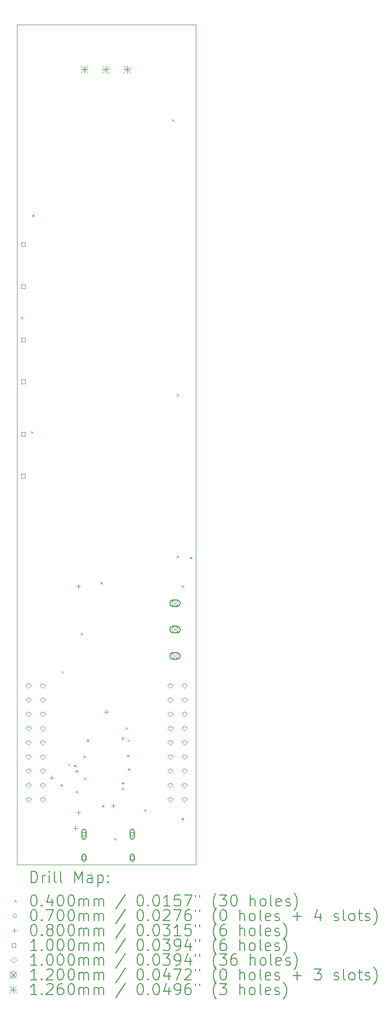
<source format=gbr>
%TF.GenerationSoftware,KiCad,Pcbnew,7.0.8*%
%TF.CreationDate,2023-11-02T15:02:26+01:00*%
%TF.ProjectId,led-tube,6c65642d-7475-4626-952e-6b696361645f,rev?*%
%TF.SameCoordinates,Original*%
%TF.FileFunction,Drillmap*%
%TF.FilePolarity,Positive*%
%FSLAX45Y45*%
G04 Gerber Fmt 4.5, Leading zero omitted, Abs format (unit mm)*
G04 Created by KiCad (PCBNEW 7.0.8) date 2023-11-02 15:02:26*
%MOMM*%
%LPD*%
G01*
G04 APERTURE LIST*
%ADD10C,0.100000*%
%ADD11C,0.200000*%
%ADD12C,0.040000*%
%ADD13C,0.070002*%
%ADD14C,0.080000*%
%ADD15C,0.099999*%
%ADD16C,0.119999*%
%ADD17C,0.125999*%
G04 APERTURE END LIST*
D10*
X60000000Y-40000000D02*
X63200000Y-40000000D01*
X63200000Y-55000000D01*
X60000000Y-55000000D01*
X60000000Y-40000000D01*
D11*
D12*
X60070000Y-45210000D02*
X60110000Y-45250000D01*
X60110000Y-45210000D02*
X60070000Y-45250000D01*
X60250000Y-47260000D02*
X60290000Y-47300000D01*
X60290000Y-47260000D02*
X60250000Y-47300000D01*
X60270000Y-43390000D02*
X60310000Y-43430000D01*
X60310000Y-43390000D02*
X60270000Y-43430000D01*
X60779156Y-53558052D02*
X60819156Y-53598052D01*
X60819156Y-53558052D02*
X60779156Y-53598052D01*
X60795000Y-51540000D02*
X60835000Y-51580000D01*
X60835000Y-51540000D02*
X60795000Y-51580000D01*
X60915000Y-53190000D02*
X60955000Y-53230000D01*
X60955000Y-53190000D02*
X60915000Y-53230000D01*
X61017289Y-53216154D02*
X61057289Y-53256154D01*
X61057289Y-53216154D02*
X61017289Y-53256154D01*
X61055000Y-53680000D02*
X61095000Y-53720000D01*
X61095000Y-53680000D02*
X61055000Y-53720000D01*
X61055538Y-53308496D02*
X61095538Y-53348496D01*
X61095538Y-53308496D02*
X61055538Y-53348496D01*
X61140000Y-50860000D02*
X61180000Y-50900000D01*
X61180000Y-50860000D02*
X61140000Y-50900000D01*
X61186108Y-53050050D02*
X61226108Y-53090050D01*
X61226108Y-53050050D02*
X61186108Y-53090050D01*
X61195000Y-53440000D02*
X61235000Y-53480000D01*
X61235000Y-53440000D02*
X61195000Y-53480000D01*
X61250000Y-52760000D02*
X61290000Y-52800000D01*
X61290000Y-52760000D02*
X61250000Y-52800000D01*
X61490000Y-49955000D02*
X61530000Y-49995000D01*
X61530000Y-49955000D02*
X61490000Y-49995000D01*
X61523700Y-53930000D02*
X61563700Y-53970000D01*
X61563700Y-53930000D02*
X61523700Y-53970000D01*
X61741996Y-54515107D02*
X61781996Y-54555107D01*
X61781996Y-54515107D02*
X61741996Y-54555107D01*
X61870000Y-52720000D02*
X61910000Y-52760000D01*
X61910000Y-52720000D02*
X61870000Y-52760000D01*
X61875000Y-53520000D02*
X61915000Y-53560000D01*
X61915000Y-53520000D02*
X61875000Y-53560000D01*
X61875000Y-53619950D02*
X61915000Y-53659950D01*
X61915000Y-53619950D02*
X61875000Y-53659950D01*
X61940000Y-52540000D02*
X61980000Y-52580000D01*
X61980000Y-52540000D02*
X61940000Y-52580000D01*
X61965000Y-53030000D02*
X62005000Y-53070000D01*
X62005000Y-53030000D02*
X61965000Y-53070000D01*
X61980000Y-52760000D02*
X62020000Y-52800000D01*
X62020000Y-52760000D02*
X61980000Y-52800000D01*
X61985000Y-53275000D02*
X62025000Y-53315000D01*
X62025000Y-53275000D02*
X61985000Y-53315000D01*
X62270000Y-54010000D02*
X62310000Y-54050000D01*
X62310000Y-54010000D02*
X62270000Y-54050000D01*
X62770000Y-41690000D02*
X62810000Y-41730000D01*
X62810000Y-41690000D02*
X62770000Y-41730000D01*
X62860000Y-46590000D02*
X62900000Y-46630000D01*
X62900000Y-46590000D02*
X62860000Y-46630000D01*
X62860000Y-49480000D02*
X62900000Y-49520000D01*
X62900000Y-49480000D02*
X62860000Y-49520000D01*
X62945000Y-54160000D02*
X62985000Y-54200000D01*
X62985000Y-54160000D02*
X62945000Y-54200000D01*
X62947550Y-50010000D02*
X62987550Y-50050000D01*
X62987550Y-50010000D02*
X62947550Y-50050000D01*
X63092450Y-49500000D02*
X63132450Y-49540000D01*
X63132450Y-49500000D02*
X63092450Y-49540000D01*
D13*
X61234993Y-54455000D02*
G75*
G03*
X61234993Y-54455000I-35001J0D01*
G01*
D11*
X61164991Y-54400001D02*
X61164991Y-54509999D01*
X61164991Y-54509999D02*
G75*
G03*
X61234993Y-54509999I35001J0D01*
G01*
X61234993Y-54509999D02*
X61234993Y-54400001D01*
X61234993Y-54400001D02*
G75*
G03*
X61164991Y-54400001I-35001J0D01*
G01*
D13*
X61234993Y-54873009D02*
G75*
G03*
X61234993Y-54873009I-35001J0D01*
G01*
D11*
X61164991Y-54843010D02*
X61164991Y-54903007D01*
X61164991Y-54903007D02*
G75*
G03*
X61234993Y-54903007I35001J0D01*
G01*
X61234993Y-54903007D02*
X61234993Y-54843010D01*
X61234993Y-54843010D02*
G75*
G03*
X61164991Y-54843010I-35001J0D01*
G01*
D13*
X62099001Y-54455000D02*
G75*
G03*
X62099001Y-54455000I-35001J0D01*
G01*
D11*
X62028999Y-54400001D02*
X62028999Y-54509999D01*
X62028999Y-54509999D02*
G75*
G03*
X62099001Y-54509999I35001J0D01*
G01*
X62099001Y-54509999D02*
X62099001Y-54400001D01*
X62099001Y-54400001D02*
G75*
G03*
X62028999Y-54400001I-35001J0D01*
G01*
D13*
X62099001Y-54873009D02*
G75*
G03*
X62099001Y-54873009I-35001J0D01*
G01*
D11*
X62028999Y-54843010D02*
X62028999Y-54903007D01*
X62028999Y-54903007D02*
G75*
G03*
X62099001Y-54903007I35001J0D01*
G01*
X62099001Y-54903007D02*
X62099001Y-54843010D01*
X62099001Y-54843010D02*
G75*
G03*
X62028999Y-54843010I-35001J0D01*
G01*
D14*
X60624102Y-53405531D02*
X60624102Y-53485531D01*
X60584102Y-53445531D02*
X60664102Y-53445531D01*
X61046996Y-54305062D02*
X61046996Y-54385062D01*
X61006996Y-54345062D02*
X61086996Y-54345062D01*
X61100000Y-54030050D02*
X61100000Y-54110050D01*
X61060000Y-54070050D02*
X61140000Y-54070050D01*
X61100500Y-49990500D02*
X61100500Y-50070500D01*
X61060500Y-50030500D02*
X61140500Y-50030500D01*
X61600000Y-52230000D02*
X61600000Y-52310000D01*
X61560000Y-52270000D02*
X61640000Y-52270000D01*
X61725000Y-53905000D02*
X61725000Y-53985000D01*
X61685000Y-53945000D02*
X61765000Y-53945000D01*
D15*
X60145356Y-43960356D02*
X60145356Y-43889644D01*
X60074644Y-43889644D01*
X60074644Y-43960356D01*
X60145356Y-43960356D01*
X60145356Y-44710356D02*
X60145356Y-44639644D01*
X60074644Y-44639644D01*
X60074644Y-44710356D01*
X60145356Y-44710356D01*
X60145356Y-45660356D02*
X60145356Y-45589644D01*
X60074644Y-45589644D01*
X60074644Y-45660356D01*
X60145356Y-45660356D01*
X60145356Y-46410356D02*
X60145356Y-46339644D01*
X60074644Y-46339644D01*
X60074644Y-46410356D01*
X60145356Y-46410356D01*
X60145356Y-47345356D02*
X60145356Y-47274644D01*
X60074644Y-47274644D01*
X60074644Y-47345356D01*
X60145356Y-47345356D01*
X60145356Y-48095356D02*
X60145356Y-48024644D01*
X60074644Y-48024644D01*
X60074644Y-48095356D01*
X60145356Y-48095356D01*
D10*
X60202730Y-51850570D02*
X60252730Y-51800570D01*
X60202730Y-51750570D01*
X60152730Y-51800570D01*
X60202730Y-51850570D01*
X60202730Y-52104570D02*
X60252730Y-52054570D01*
X60202730Y-52004570D01*
X60152730Y-52054570D01*
X60202730Y-52104570D01*
X60202730Y-52358570D02*
X60252730Y-52308570D01*
X60202730Y-52258570D01*
X60152730Y-52308570D01*
X60202730Y-52358570D01*
X60202730Y-52612570D02*
X60252730Y-52562570D01*
X60202730Y-52512570D01*
X60152730Y-52562570D01*
X60202730Y-52612570D01*
X60202730Y-52866570D02*
X60252730Y-52816570D01*
X60202730Y-52766570D01*
X60152730Y-52816570D01*
X60202730Y-52866570D01*
X60202730Y-53120570D02*
X60252730Y-53070570D01*
X60202730Y-53020570D01*
X60152730Y-53070570D01*
X60202730Y-53120570D01*
X60202730Y-53374570D02*
X60252730Y-53324570D01*
X60202730Y-53274570D01*
X60152730Y-53324570D01*
X60202730Y-53374570D01*
X60202730Y-53628570D02*
X60252730Y-53578570D01*
X60202730Y-53528570D01*
X60152730Y-53578570D01*
X60202730Y-53628570D01*
X60202730Y-53882570D02*
X60252730Y-53832570D01*
X60202730Y-53782570D01*
X60152730Y-53832570D01*
X60202730Y-53882570D01*
X60456730Y-51850570D02*
X60506730Y-51800570D01*
X60456730Y-51750570D01*
X60406730Y-51800570D01*
X60456730Y-51850570D01*
X60456730Y-52104570D02*
X60506730Y-52054570D01*
X60456730Y-52004570D01*
X60406730Y-52054570D01*
X60456730Y-52104570D01*
X60456730Y-52358570D02*
X60506730Y-52308570D01*
X60456730Y-52258570D01*
X60406730Y-52308570D01*
X60456730Y-52358570D01*
X60456730Y-52612570D02*
X60506730Y-52562570D01*
X60456730Y-52512570D01*
X60406730Y-52562570D01*
X60456730Y-52612570D01*
X60456730Y-52866570D02*
X60506730Y-52816570D01*
X60456730Y-52766570D01*
X60406730Y-52816570D01*
X60456730Y-52866570D01*
X60456730Y-53120570D02*
X60506730Y-53070570D01*
X60456730Y-53020570D01*
X60406730Y-53070570D01*
X60456730Y-53120570D01*
X60456730Y-53374570D02*
X60506730Y-53324570D01*
X60456730Y-53274570D01*
X60406730Y-53324570D01*
X60456730Y-53374570D01*
X60456730Y-53628570D02*
X60506730Y-53578570D01*
X60456730Y-53528570D01*
X60406730Y-53578570D01*
X60456730Y-53628570D01*
X60456730Y-53882570D02*
X60506730Y-53832570D01*
X60456730Y-53782570D01*
X60406730Y-53832570D01*
X60456730Y-53882570D01*
X62742730Y-51850570D02*
X62792730Y-51800570D01*
X62742730Y-51750570D01*
X62692730Y-51800570D01*
X62742730Y-51850570D01*
X62742730Y-52104570D02*
X62792730Y-52054570D01*
X62742730Y-52004570D01*
X62692730Y-52054570D01*
X62742730Y-52104570D01*
X62742730Y-52358570D02*
X62792730Y-52308570D01*
X62742730Y-52258570D01*
X62692730Y-52308570D01*
X62742730Y-52358570D01*
X62742730Y-52612570D02*
X62792730Y-52562570D01*
X62742730Y-52512570D01*
X62692730Y-52562570D01*
X62742730Y-52612570D01*
X62742730Y-52866570D02*
X62792730Y-52816570D01*
X62742730Y-52766570D01*
X62692730Y-52816570D01*
X62742730Y-52866570D01*
X62742730Y-53120570D02*
X62792730Y-53070570D01*
X62742730Y-53020570D01*
X62692730Y-53070570D01*
X62742730Y-53120570D01*
X62742730Y-53374570D02*
X62792730Y-53324570D01*
X62742730Y-53274570D01*
X62692730Y-53324570D01*
X62742730Y-53374570D01*
X62742730Y-53628570D02*
X62792730Y-53578570D01*
X62742730Y-53528570D01*
X62692730Y-53578570D01*
X62742730Y-53628570D01*
X62742730Y-53882570D02*
X62792730Y-53832570D01*
X62742730Y-53782570D01*
X62692730Y-53832570D01*
X62742730Y-53882570D01*
X62996730Y-51850570D02*
X63046730Y-51800570D01*
X62996730Y-51750570D01*
X62946730Y-51800570D01*
X62996730Y-51850570D01*
X62996730Y-52104570D02*
X63046730Y-52054570D01*
X62996730Y-52004570D01*
X62946730Y-52054570D01*
X62996730Y-52104570D01*
X62996730Y-52358570D02*
X63046730Y-52308570D01*
X62996730Y-52258570D01*
X62946730Y-52308570D01*
X62996730Y-52358570D01*
X62996730Y-52612570D02*
X63046730Y-52562570D01*
X62996730Y-52512570D01*
X62946730Y-52562570D01*
X62996730Y-52612570D01*
X62996730Y-52866570D02*
X63046730Y-52816570D01*
X62996730Y-52766570D01*
X62946730Y-52816570D01*
X62996730Y-52866570D01*
X62996730Y-53120570D02*
X63046730Y-53070570D01*
X62996730Y-53020570D01*
X62946730Y-53070570D01*
X62996730Y-53120570D01*
X62996730Y-53374570D02*
X63046730Y-53324570D01*
X62996730Y-53274570D01*
X62946730Y-53324570D01*
X62996730Y-53374570D01*
X62996730Y-53628570D02*
X63046730Y-53578570D01*
X62996730Y-53528570D01*
X62946730Y-53578570D01*
X62996730Y-53628570D01*
X62996730Y-53882570D02*
X63046730Y-53832570D01*
X62996730Y-53782570D01*
X62946730Y-53832570D01*
X62996730Y-53882570D01*
D16*
X62770000Y-50270000D02*
X62890000Y-50390000D01*
X62890000Y-50270000D02*
X62770000Y-50390000D01*
X62890000Y-50330000D02*
G75*
G03*
X62890000Y-50330000I-60000J0D01*
G01*
D11*
X62795000Y-50390000D02*
X62865000Y-50390000D01*
X62865000Y-50390000D02*
G75*
G03*
X62865000Y-50270000I0J60000D01*
G01*
X62865000Y-50270000D02*
X62795000Y-50270000D01*
X62795000Y-50270000D02*
G75*
G03*
X62795000Y-50390000I0J-60000D01*
G01*
D16*
X62770000Y-50740000D02*
X62890000Y-50860000D01*
X62890000Y-50740000D02*
X62770000Y-50860000D01*
X62890000Y-50800000D02*
G75*
G03*
X62890000Y-50800000I-60000J0D01*
G01*
D11*
X62795000Y-50860000D02*
X62865000Y-50860000D01*
X62865000Y-50860000D02*
G75*
G03*
X62865000Y-50740000I0J60000D01*
G01*
X62865000Y-50740000D02*
X62795000Y-50740000D01*
X62795000Y-50740000D02*
G75*
G03*
X62795000Y-50860000I0J-60000D01*
G01*
D16*
X62770000Y-51210000D02*
X62890000Y-51330000D01*
X62890000Y-51210000D02*
X62770000Y-51330000D01*
X62890000Y-51270000D02*
G75*
G03*
X62890000Y-51270000I-60000J0D01*
G01*
D11*
X62795000Y-51330000D02*
X62865000Y-51330000D01*
X62865000Y-51330000D02*
G75*
G03*
X62865000Y-51210000I0J60000D01*
G01*
X62865000Y-51210000D02*
X62795000Y-51210000D01*
X62795000Y-51210000D02*
G75*
G03*
X62795000Y-51330000I0J-60000D01*
G01*
D17*
X61147000Y-40737000D02*
X61273000Y-40863000D01*
X61273000Y-40737000D02*
X61147000Y-40863000D01*
X61210000Y-40737000D02*
X61210000Y-40863000D01*
X61147000Y-40800000D02*
X61273000Y-40800000D01*
X61528000Y-40737000D02*
X61654000Y-40863000D01*
X61654000Y-40737000D02*
X61528000Y-40863000D01*
X61591000Y-40737000D02*
X61591000Y-40863000D01*
X61528000Y-40800000D02*
X61654000Y-40800000D01*
X61909000Y-40737000D02*
X62035000Y-40863000D01*
X62035000Y-40737000D02*
X61909000Y-40863000D01*
X61972000Y-40737000D02*
X61972000Y-40863000D01*
X61909000Y-40800000D02*
X62035000Y-40800000D01*
D11*
X60255777Y-55316484D02*
X60255777Y-55116484D01*
X60255777Y-55116484D02*
X60303396Y-55116484D01*
X60303396Y-55116484D02*
X60331967Y-55126008D01*
X60331967Y-55126008D02*
X60351015Y-55145055D01*
X60351015Y-55145055D02*
X60360539Y-55164103D01*
X60360539Y-55164103D02*
X60370062Y-55202198D01*
X60370062Y-55202198D02*
X60370062Y-55230769D01*
X60370062Y-55230769D02*
X60360539Y-55268865D01*
X60360539Y-55268865D02*
X60351015Y-55287912D01*
X60351015Y-55287912D02*
X60331967Y-55306960D01*
X60331967Y-55306960D02*
X60303396Y-55316484D01*
X60303396Y-55316484D02*
X60255777Y-55316484D01*
X60455777Y-55316484D02*
X60455777Y-55183150D01*
X60455777Y-55221246D02*
X60465301Y-55202198D01*
X60465301Y-55202198D02*
X60474824Y-55192674D01*
X60474824Y-55192674D02*
X60493872Y-55183150D01*
X60493872Y-55183150D02*
X60512920Y-55183150D01*
X60579586Y-55316484D02*
X60579586Y-55183150D01*
X60579586Y-55116484D02*
X60570062Y-55126008D01*
X60570062Y-55126008D02*
X60579586Y-55135531D01*
X60579586Y-55135531D02*
X60589110Y-55126008D01*
X60589110Y-55126008D02*
X60579586Y-55116484D01*
X60579586Y-55116484D02*
X60579586Y-55135531D01*
X60703396Y-55316484D02*
X60684348Y-55306960D01*
X60684348Y-55306960D02*
X60674824Y-55287912D01*
X60674824Y-55287912D02*
X60674824Y-55116484D01*
X60808158Y-55316484D02*
X60789110Y-55306960D01*
X60789110Y-55306960D02*
X60779586Y-55287912D01*
X60779586Y-55287912D02*
X60779586Y-55116484D01*
X61036729Y-55316484D02*
X61036729Y-55116484D01*
X61036729Y-55116484D02*
X61103396Y-55259341D01*
X61103396Y-55259341D02*
X61170062Y-55116484D01*
X61170062Y-55116484D02*
X61170062Y-55316484D01*
X61351015Y-55316484D02*
X61351015Y-55211722D01*
X61351015Y-55211722D02*
X61341491Y-55192674D01*
X61341491Y-55192674D02*
X61322443Y-55183150D01*
X61322443Y-55183150D02*
X61284348Y-55183150D01*
X61284348Y-55183150D02*
X61265301Y-55192674D01*
X61351015Y-55306960D02*
X61331967Y-55316484D01*
X61331967Y-55316484D02*
X61284348Y-55316484D01*
X61284348Y-55316484D02*
X61265301Y-55306960D01*
X61265301Y-55306960D02*
X61255777Y-55287912D01*
X61255777Y-55287912D02*
X61255777Y-55268865D01*
X61255777Y-55268865D02*
X61265301Y-55249817D01*
X61265301Y-55249817D02*
X61284348Y-55240293D01*
X61284348Y-55240293D02*
X61331967Y-55240293D01*
X61331967Y-55240293D02*
X61351015Y-55230769D01*
X61446253Y-55183150D02*
X61446253Y-55383150D01*
X61446253Y-55192674D02*
X61465301Y-55183150D01*
X61465301Y-55183150D02*
X61503396Y-55183150D01*
X61503396Y-55183150D02*
X61522443Y-55192674D01*
X61522443Y-55192674D02*
X61531967Y-55202198D01*
X61531967Y-55202198D02*
X61541491Y-55221246D01*
X61541491Y-55221246D02*
X61541491Y-55278388D01*
X61541491Y-55278388D02*
X61531967Y-55297436D01*
X61531967Y-55297436D02*
X61522443Y-55306960D01*
X61522443Y-55306960D02*
X61503396Y-55316484D01*
X61503396Y-55316484D02*
X61465301Y-55316484D01*
X61465301Y-55316484D02*
X61446253Y-55306960D01*
X61627205Y-55297436D02*
X61636729Y-55306960D01*
X61636729Y-55306960D02*
X61627205Y-55316484D01*
X61627205Y-55316484D02*
X61617682Y-55306960D01*
X61617682Y-55306960D02*
X61627205Y-55297436D01*
X61627205Y-55297436D02*
X61627205Y-55316484D01*
X61627205Y-55192674D02*
X61636729Y-55202198D01*
X61636729Y-55202198D02*
X61627205Y-55211722D01*
X61627205Y-55211722D02*
X61617682Y-55202198D01*
X61617682Y-55202198D02*
X61627205Y-55192674D01*
X61627205Y-55192674D02*
X61627205Y-55211722D01*
D12*
X59955000Y-55625000D02*
X59995000Y-55665000D01*
X59995000Y-55625000D02*
X59955000Y-55665000D01*
D11*
X60293872Y-55536484D02*
X60312920Y-55536484D01*
X60312920Y-55536484D02*
X60331967Y-55546008D01*
X60331967Y-55546008D02*
X60341491Y-55555531D01*
X60341491Y-55555531D02*
X60351015Y-55574579D01*
X60351015Y-55574579D02*
X60360539Y-55612674D01*
X60360539Y-55612674D02*
X60360539Y-55660293D01*
X60360539Y-55660293D02*
X60351015Y-55698388D01*
X60351015Y-55698388D02*
X60341491Y-55717436D01*
X60341491Y-55717436D02*
X60331967Y-55726960D01*
X60331967Y-55726960D02*
X60312920Y-55736484D01*
X60312920Y-55736484D02*
X60293872Y-55736484D01*
X60293872Y-55736484D02*
X60274824Y-55726960D01*
X60274824Y-55726960D02*
X60265301Y-55717436D01*
X60265301Y-55717436D02*
X60255777Y-55698388D01*
X60255777Y-55698388D02*
X60246253Y-55660293D01*
X60246253Y-55660293D02*
X60246253Y-55612674D01*
X60246253Y-55612674D02*
X60255777Y-55574579D01*
X60255777Y-55574579D02*
X60265301Y-55555531D01*
X60265301Y-55555531D02*
X60274824Y-55546008D01*
X60274824Y-55546008D02*
X60293872Y-55536484D01*
X60446253Y-55717436D02*
X60455777Y-55726960D01*
X60455777Y-55726960D02*
X60446253Y-55736484D01*
X60446253Y-55736484D02*
X60436729Y-55726960D01*
X60436729Y-55726960D02*
X60446253Y-55717436D01*
X60446253Y-55717436D02*
X60446253Y-55736484D01*
X60627205Y-55603150D02*
X60627205Y-55736484D01*
X60579586Y-55526960D02*
X60531967Y-55669817D01*
X60531967Y-55669817D02*
X60655777Y-55669817D01*
X60770062Y-55536484D02*
X60789110Y-55536484D01*
X60789110Y-55536484D02*
X60808158Y-55546008D01*
X60808158Y-55546008D02*
X60817682Y-55555531D01*
X60817682Y-55555531D02*
X60827205Y-55574579D01*
X60827205Y-55574579D02*
X60836729Y-55612674D01*
X60836729Y-55612674D02*
X60836729Y-55660293D01*
X60836729Y-55660293D02*
X60827205Y-55698388D01*
X60827205Y-55698388D02*
X60817682Y-55717436D01*
X60817682Y-55717436D02*
X60808158Y-55726960D01*
X60808158Y-55726960D02*
X60789110Y-55736484D01*
X60789110Y-55736484D02*
X60770062Y-55736484D01*
X60770062Y-55736484D02*
X60751015Y-55726960D01*
X60751015Y-55726960D02*
X60741491Y-55717436D01*
X60741491Y-55717436D02*
X60731967Y-55698388D01*
X60731967Y-55698388D02*
X60722443Y-55660293D01*
X60722443Y-55660293D02*
X60722443Y-55612674D01*
X60722443Y-55612674D02*
X60731967Y-55574579D01*
X60731967Y-55574579D02*
X60741491Y-55555531D01*
X60741491Y-55555531D02*
X60751015Y-55546008D01*
X60751015Y-55546008D02*
X60770062Y-55536484D01*
X60960539Y-55536484D02*
X60979586Y-55536484D01*
X60979586Y-55536484D02*
X60998634Y-55546008D01*
X60998634Y-55546008D02*
X61008158Y-55555531D01*
X61008158Y-55555531D02*
X61017682Y-55574579D01*
X61017682Y-55574579D02*
X61027205Y-55612674D01*
X61027205Y-55612674D02*
X61027205Y-55660293D01*
X61027205Y-55660293D02*
X61017682Y-55698388D01*
X61017682Y-55698388D02*
X61008158Y-55717436D01*
X61008158Y-55717436D02*
X60998634Y-55726960D01*
X60998634Y-55726960D02*
X60979586Y-55736484D01*
X60979586Y-55736484D02*
X60960539Y-55736484D01*
X60960539Y-55736484D02*
X60941491Y-55726960D01*
X60941491Y-55726960D02*
X60931967Y-55717436D01*
X60931967Y-55717436D02*
X60922443Y-55698388D01*
X60922443Y-55698388D02*
X60912920Y-55660293D01*
X60912920Y-55660293D02*
X60912920Y-55612674D01*
X60912920Y-55612674D02*
X60922443Y-55574579D01*
X60922443Y-55574579D02*
X60931967Y-55555531D01*
X60931967Y-55555531D02*
X60941491Y-55546008D01*
X60941491Y-55546008D02*
X60960539Y-55536484D01*
X61112920Y-55736484D02*
X61112920Y-55603150D01*
X61112920Y-55622198D02*
X61122443Y-55612674D01*
X61122443Y-55612674D02*
X61141491Y-55603150D01*
X61141491Y-55603150D02*
X61170063Y-55603150D01*
X61170063Y-55603150D02*
X61189110Y-55612674D01*
X61189110Y-55612674D02*
X61198634Y-55631722D01*
X61198634Y-55631722D02*
X61198634Y-55736484D01*
X61198634Y-55631722D02*
X61208158Y-55612674D01*
X61208158Y-55612674D02*
X61227205Y-55603150D01*
X61227205Y-55603150D02*
X61255777Y-55603150D01*
X61255777Y-55603150D02*
X61274824Y-55612674D01*
X61274824Y-55612674D02*
X61284348Y-55631722D01*
X61284348Y-55631722D02*
X61284348Y-55736484D01*
X61379586Y-55736484D02*
X61379586Y-55603150D01*
X61379586Y-55622198D02*
X61389110Y-55612674D01*
X61389110Y-55612674D02*
X61408158Y-55603150D01*
X61408158Y-55603150D02*
X61436729Y-55603150D01*
X61436729Y-55603150D02*
X61455777Y-55612674D01*
X61455777Y-55612674D02*
X61465301Y-55631722D01*
X61465301Y-55631722D02*
X61465301Y-55736484D01*
X61465301Y-55631722D02*
X61474824Y-55612674D01*
X61474824Y-55612674D02*
X61493872Y-55603150D01*
X61493872Y-55603150D02*
X61522443Y-55603150D01*
X61522443Y-55603150D02*
X61541491Y-55612674D01*
X61541491Y-55612674D02*
X61551015Y-55631722D01*
X61551015Y-55631722D02*
X61551015Y-55736484D01*
X61941491Y-55526960D02*
X61770063Y-55784103D01*
X62198634Y-55536484D02*
X62217682Y-55536484D01*
X62217682Y-55536484D02*
X62236729Y-55546008D01*
X62236729Y-55546008D02*
X62246253Y-55555531D01*
X62246253Y-55555531D02*
X62255777Y-55574579D01*
X62255777Y-55574579D02*
X62265301Y-55612674D01*
X62265301Y-55612674D02*
X62265301Y-55660293D01*
X62265301Y-55660293D02*
X62255777Y-55698388D01*
X62255777Y-55698388D02*
X62246253Y-55717436D01*
X62246253Y-55717436D02*
X62236729Y-55726960D01*
X62236729Y-55726960D02*
X62217682Y-55736484D01*
X62217682Y-55736484D02*
X62198634Y-55736484D01*
X62198634Y-55736484D02*
X62179586Y-55726960D01*
X62179586Y-55726960D02*
X62170063Y-55717436D01*
X62170063Y-55717436D02*
X62160539Y-55698388D01*
X62160539Y-55698388D02*
X62151015Y-55660293D01*
X62151015Y-55660293D02*
X62151015Y-55612674D01*
X62151015Y-55612674D02*
X62160539Y-55574579D01*
X62160539Y-55574579D02*
X62170063Y-55555531D01*
X62170063Y-55555531D02*
X62179586Y-55546008D01*
X62179586Y-55546008D02*
X62198634Y-55536484D01*
X62351015Y-55717436D02*
X62360539Y-55726960D01*
X62360539Y-55726960D02*
X62351015Y-55736484D01*
X62351015Y-55736484D02*
X62341491Y-55726960D01*
X62341491Y-55726960D02*
X62351015Y-55717436D01*
X62351015Y-55717436D02*
X62351015Y-55736484D01*
X62484348Y-55536484D02*
X62503396Y-55536484D01*
X62503396Y-55536484D02*
X62522444Y-55546008D01*
X62522444Y-55546008D02*
X62531967Y-55555531D01*
X62531967Y-55555531D02*
X62541491Y-55574579D01*
X62541491Y-55574579D02*
X62551015Y-55612674D01*
X62551015Y-55612674D02*
X62551015Y-55660293D01*
X62551015Y-55660293D02*
X62541491Y-55698388D01*
X62541491Y-55698388D02*
X62531967Y-55717436D01*
X62531967Y-55717436D02*
X62522444Y-55726960D01*
X62522444Y-55726960D02*
X62503396Y-55736484D01*
X62503396Y-55736484D02*
X62484348Y-55736484D01*
X62484348Y-55736484D02*
X62465301Y-55726960D01*
X62465301Y-55726960D02*
X62455777Y-55717436D01*
X62455777Y-55717436D02*
X62446253Y-55698388D01*
X62446253Y-55698388D02*
X62436729Y-55660293D01*
X62436729Y-55660293D02*
X62436729Y-55612674D01*
X62436729Y-55612674D02*
X62446253Y-55574579D01*
X62446253Y-55574579D02*
X62455777Y-55555531D01*
X62455777Y-55555531D02*
X62465301Y-55546008D01*
X62465301Y-55546008D02*
X62484348Y-55536484D01*
X62741491Y-55736484D02*
X62627206Y-55736484D01*
X62684348Y-55736484D02*
X62684348Y-55536484D01*
X62684348Y-55536484D02*
X62665301Y-55565055D01*
X62665301Y-55565055D02*
X62646253Y-55584103D01*
X62646253Y-55584103D02*
X62627206Y-55593627D01*
X62922444Y-55536484D02*
X62827206Y-55536484D01*
X62827206Y-55536484D02*
X62817682Y-55631722D01*
X62817682Y-55631722D02*
X62827206Y-55622198D01*
X62827206Y-55622198D02*
X62846253Y-55612674D01*
X62846253Y-55612674D02*
X62893872Y-55612674D01*
X62893872Y-55612674D02*
X62912920Y-55622198D01*
X62912920Y-55622198D02*
X62922444Y-55631722D01*
X62922444Y-55631722D02*
X62931967Y-55650769D01*
X62931967Y-55650769D02*
X62931967Y-55698388D01*
X62931967Y-55698388D02*
X62922444Y-55717436D01*
X62922444Y-55717436D02*
X62912920Y-55726960D01*
X62912920Y-55726960D02*
X62893872Y-55736484D01*
X62893872Y-55736484D02*
X62846253Y-55736484D01*
X62846253Y-55736484D02*
X62827206Y-55726960D01*
X62827206Y-55726960D02*
X62817682Y-55717436D01*
X62998634Y-55536484D02*
X63131967Y-55536484D01*
X63131967Y-55536484D02*
X63046253Y-55736484D01*
X63198634Y-55536484D02*
X63198634Y-55574579D01*
X63274825Y-55536484D02*
X63274825Y-55574579D01*
X63570063Y-55812674D02*
X63560539Y-55803150D01*
X63560539Y-55803150D02*
X63541491Y-55774579D01*
X63541491Y-55774579D02*
X63531968Y-55755531D01*
X63531968Y-55755531D02*
X63522444Y-55726960D01*
X63522444Y-55726960D02*
X63512920Y-55679341D01*
X63512920Y-55679341D02*
X63512920Y-55641246D01*
X63512920Y-55641246D02*
X63522444Y-55593627D01*
X63522444Y-55593627D02*
X63531968Y-55565055D01*
X63531968Y-55565055D02*
X63541491Y-55546008D01*
X63541491Y-55546008D02*
X63560539Y-55517436D01*
X63560539Y-55517436D02*
X63570063Y-55507912D01*
X63627206Y-55536484D02*
X63751015Y-55536484D01*
X63751015Y-55536484D02*
X63684348Y-55612674D01*
X63684348Y-55612674D02*
X63712920Y-55612674D01*
X63712920Y-55612674D02*
X63731968Y-55622198D01*
X63731968Y-55622198D02*
X63741491Y-55631722D01*
X63741491Y-55631722D02*
X63751015Y-55650769D01*
X63751015Y-55650769D02*
X63751015Y-55698388D01*
X63751015Y-55698388D02*
X63741491Y-55717436D01*
X63741491Y-55717436D02*
X63731968Y-55726960D01*
X63731968Y-55726960D02*
X63712920Y-55736484D01*
X63712920Y-55736484D02*
X63655777Y-55736484D01*
X63655777Y-55736484D02*
X63636729Y-55726960D01*
X63636729Y-55726960D02*
X63627206Y-55717436D01*
X63874825Y-55536484D02*
X63893872Y-55536484D01*
X63893872Y-55536484D02*
X63912920Y-55546008D01*
X63912920Y-55546008D02*
X63922444Y-55555531D01*
X63922444Y-55555531D02*
X63931968Y-55574579D01*
X63931968Y-55574579D02*
X63941491Y-55612674D01*
X63941491Y-55612674D02*
X63941491Y-55660293D01*
X63941491Y-55660293D02*
X63931968Y-55698388D01*
X63931968Y-55698388D02*
X63922444Y-55717436D01*
X63922444Y-55717436D02*
X63912920Y-55726960D01*
X63912920Y-55726960D02*
X63893872Y-55736484D01*
X63893872Y-55736484D02*
X63874825Y-55736484D01*
X63874825Y-55736484D02*
X63855777Y-55726960D01*
X63855777Y-55726960D02*
X63846253Y-55717436D01*
X63846253Y-55717436D02*
X63836729Y-55698388D01*
X63836729Y-55698388D02*
X63827206Y-55660293D01*
X63827206Y-55660293D02*
X63827206Y-55612674D01*
X63827206Y-55612674D02*
X63836729Y-55574579D01*
X63836729Y-55574579D02*
X63846253Y-55555531D01*
X63846253Y-55555531D02*
X63855777Y-55546008D01*
X63855777Y-55546008D02*
X63874825Y-55536484D01*
X64179587Y-55736484D02*
X64179587Y-55536484D01*
X64265301Y-55736484D02*
X64265301Y-55631722D01*
X64265301Y-55631722D02*
X64255777Y-55612674D01*
X64255777Y-55612674D02*
X64236730Y-55603150D01*
X64236730Y-55603150D02*
X64208158Y-55603150D01*
X64208158Y-55603150D02*
X64189110Y-55612674D01*
X64189110Y-55612674D02*
X64179587Y-55622198D01*
X64389110Y-55736484D02*
X64370063Y-55726960D01*
X64370063Y-55726960D02*
X64360539Y-55717436D01*
X64360539Y-55717436D02*
X64351015Y-55698388D01*
X64351015Y-55698388D02*
X64351015Y-55641246D01*
X64351015Y-55641246D02*
X64360539Y-55622198D01*
X64360539Y-55622198D02*
X64370063Y-55612674D01*
X64370063Y-55612674D02*
X64389110Y-55603150D01*
X64389110Y-55603150D02*
X64417682Y-55603150D01*
X64417682Y-55603150D02*
X64436730Y-55612674D01*
X64436730Y-55612674D02*
X64446253Y-55622198D01*
X64446253Y-55622198D02*
X64455777Y-55641246D01*
X64455777Y-55641246D02*
X64455777Y-55698388D01*
X64455777Y-55698388D02*
X64446253Y-55717436D01*
X64446253Y-55717436D02*
X64436730Y-55726960D01*
X64436730Y-55726960D02*
X64417682Y-55736484D01*
X64417682Y-55736484D02*
X64389110Y-55736484D01*
X64570063Y-55736484D02*
X64551015Y-55726960D01*
X64551015Y-55726960D02*
X64541491Y-55707912D01*
X64541491Y-55707912D02*
X64541491Y-55536484D01*
X64722444Y-55726960D02*
X64703396Y-55736484D01*
X64703396Y-55736484D02*
X64665301Y-55736484D01*
X64665301Y-55736484D02*
X64646253Y-55726960D01*
X64646253Y-55726960D02*
X64636730Y-55707912D01*
X64636730Y-55707912D02*
X64636730Y-55631722D01*
X64636730Y-55631722D02*
X64646253Y-55612674D01*
X64646253Y-55612674D02*
X64665301Y-55603150D01*
X64665301Y-55603150D02*
X64703396Y-55603150D01*
X64703396Y-55603150D02*
X64722444Y-55612674D01*
X64722444Y-55612674D02*
X64731968Y-55631722D01*
X64731968Y-55631722D02*
X64731968Y-55650769D01*
X64731968Y-55650769D02*
X64636730Y-55669817D01*
X64808158Y-55726960D02*
X64827206Y-55736484D01*
X64827206Y-55736484D02*
X64865301Y-55736484D01*
X64865301Y-55736484D02*
X64884349Y-55726960D01*
X64884349Y-55726960D02*
X64893872Y-55707912D01*
X64893872Y-55707912D02*
X64893872Y-55698388D01*
X64893872Y-55698388D02*
X64884349Y-55679341D01*
X64884349Y-55679341D02*
X64865301Y-55669817D01*
X64865301Y-55669817D02*
X64836730Y-55669817D01*
X64836730Y-55669817D02*
X64817682Y-55660293D01*
X64817682Y-55660293D02*
X64808158Y-55641246D01*
X64808158Y-55641246D02*
X64808158Y-55631722D01*
X64808158Y-55631722D02*
X64817682Y-55612674D01*
X64817682Y-55612674D02*
X64836730Y-55603150D01*
X64836730Y-55603150D02*
X64865301Y-55603150D01*
X64865301Y-55603150D02*
X64884349Y-55612674D01*
X64960539Y-55812674D02*
X64970063Y-55803150D01*
X64970063Y-55803150D02*
X64989111Y-55774579D01*
X64989111Y-55774579D02*
X64998634Y-55755531D01*
X64998634Y-55755531D02*
X65008158Y-55726960D01*
X65008158Y-55726960D02*
X65017682Y-55679341D01*
X65017682Y-55679341D02*
X65017682Y-55641246D01*
X65017682Y-55641246D02*
X65008158Y-55593627D01*
X65008158Y-55593627D02*
X64998634Y-55565055D01*
X64998634Y-55565055D02*
X64989111Y-55546008D01*
X64989111Y-55546008D02*
X64970063Y-55517436D01*
X64970063Y-55517436D02*
X64960539Y-55507912D01*
D13*
X59995000Y-55909000D02*
G75*
G03*
X59995000Y-55909000I-35001J0D01*
G01*
D11*
X60293872Y-55800484D02*
X60312920Y-55800484D01*
X60312920Y-55800484D02*
X60331967Y-55810008D01*
X60331967Y-55810008D02*
X60341491Y-55819531D01*
X60341491Y-55819531D02*
X60351015Y-55838579D01*
X60351015Y-55838579D02*
X60360539Y-55876674D01*
X60360539Y-55876674D02*
X60360539Y-55924293D01*
X60360539Y-55924293D02*
X60351015Y-55962388D01*
X60351015Y-55962388D02*
X60341491Y-55981436D01*
X60341491Y-55981436D02*
X60331967Y-55990960D01*
X60331967Y-55990960D02*
X60312920Y-56000484D01*
X60312920Y-56000484D02*
X60293872Y-56000484D01*
X60293872Y-56000484D02*
X60274824Y-55990960D01*
X60274824Y-55990960D02*
X60265301Y-55981436D01*
X60265301Y-55981436D02*
X60255777Y-55962388D01*
X60255777Y-55962388D02*
X60246253Y-55924293D01*
X60246253Y-55924293D02*
X60246253Y-55876674D01*
X60246253Y-55876674D02*
X60255777Y-55838579D01*
X60255777Y-55838579D02*
X60265301Y-55819531D01*
X60265301Y-55819531D02*
X60274824Y-55810008D01*
X60274824Y-55810008D02*
X60293872Y-55800484D01*
X60446253Y-55981436D02*
X60455777Y-55990960D01*
X60455777Y-55990960D02*
X60446253Y-56000484D01*
X60446253Y-56000484D02*
X60436729Y-55990960D01*
X60436729Y-55990960D02*
X60446253Y-55981436D01*
X60446253Y-55981436D02*
X60446253Y-56000484D01*
X60522443Y-55800484D02*
X60655777Y-55800484D01*
X60655777Y-55800484D02*
X60570062Y-56000484D01*
X60770062Y-55800484D02*
X60789110Y-55800484D01*
X60789110Y-55800484D02*
X60808158Y-55810008D01*
X60808158Y-55810008D02*
X60817682Y-55819531D01*
X60817682Y-55819531D02*
X60827205Y-55838579D01*
X60827205Y-55838579D02*
X60836729Y-55876674D01*
X60836729Y-55876674D02*
X60836729Y-55924293D01*
X60836729Y-55924293D02*
X60827205Y-55962388D01*
X60827205Y-55962388D02*
X60817682Y-55981436D01*
X60817682Y-55981436D02*
X60808158Y-55990960D01*
X60808158Y-55990960D02*
X60789110Y-56000484D01*
X60789110Y-56000484D02*
X60770062Y-56000484D01*
X60770062Y-56000484D02*
X60751015Y-55990960D01*
X60751015Y-55990960D02*
X60741491Y-55981436D01*
X60741491Y-55981436D02*
X60731967Y-55962388D01*
X60731967Y-55962388D02*
X60722443Y-55924293D01*
X60722443Y-55924293D02*
X60722443Y-55876674D01*
X60722443Y-55876674D02*
X60731967Y-55838579D01*
X60731967Y-55838579D02*
X60741491Y-55819531D01*
X60741491Y-55819531D02*
X60751015Y-55810008D01*
X60751015Y-55810008D02*
X60770062Y-55800484D01*
X60960539Y-55800484D02*
X60979586Y-55800484D01*
X60979586Y-55800484D02*
X60998634Y-55810008D01*
X60998634Y-55810008D02*
X61008158Y-55819531D01*
X61008158Y-55819531D02*
X61017682Y-55838579D01*
X61017682Y-55838579D02*
X61027205Y-55876674D01*
X61027205Y-55876674D02*
X61027205Y-55924293D01*
X61027205Y-55924293D02*
X61017682Y-55962388D01*
X61017682Y-55962388D02*
X61008158Y-55981436D01*
X61008158Y-55981436D02*
X60998634Y-55990960D01*
X60998634Y-55990960D02*
X60979586Y-56000484D01*
X60979586Y-56000484D02*
X60960539Y-56000484D01*
X60960539Y-56000484D02*
X60941491Y-55990960D01*
X60941491Y-55990960D02*
X60931967Y-55981436D01*
X60931967Y-55981436D02*
X60922443Y-55962388D01*
X60922443Y-55962388D02*
X60912920Y-55924293D01*
X60912920Y-55924293D02*
X60912920Y-55876674D01*
X60912920Y-55876674D02*
X60922443Y-55838579D01*
X60922443Y-55838579D02*
X60931967Y-55819531D01*
X60931967Y-55819531D02*
X60941491Y-55810008D01*
X60941491Y-55810008D02*
X60960539Y-55800484D01*
X61112920Y-56000484D02*
X61112920Y-55867150D01*
X61112920Y-55886198D02*
X61122443Y-55876674D01*
X61122443Y-55876674D02*
X61141491Y-55867150D01*
X61141491Y-55867150D02*
X61170063Y-55867150D01*
X61170063Y-55867150D02*
X61189110Y-55876674D01*
X61189110Y-55876674D02*
X61198634Y-55895722D01*
X61198634Y-55895722D02*
X61198634Y-56000484D01*
X61198634Y-55895722D02*
X61208158Y-55876674D01*
X61208158Y-55876674D02*
X61227205Y-55867150D01*
X61227205Y-55867150D02*
X61255777Y-55867150D01*
X61255777Y-55867150D02*
X61274824Y-55876674D01*
X61274824Y-55876674D02*
X61284348Y-55895722D01*
X61284348Y-55895722D02*
X61284348Y-56000484D01*
X61379586Y-56000484D02*
X61379586Y-55867150D01*
X61379586Y-55886198D02*
X61389110Y-55876674D01*
X61389110Y-55876674D02*
X61408158Y-55867150D01*
X61408158Y-55867150D02*
X61436729Y-55867150D01*
X61436729Y-55867150D02*
X61455777Y-55876674D01*
X61455777Y-55876674D02*
X61465301Y-55895722D01*
X61465301Y-55895722D02*
X61465301Y-56000484D01*
X61465301Y-55895722D02*
X61474824Y-55876674D01*
X61474824Y-55876674D02*
X61493872Y-55867150D01*
X61493872Y-55867150D02*
X61522443Y-55867150D01*
X61522443Y-55867150D02*
X61541491Y-55876674D01*
X61541491Y-55876674D02*
X61551015Y-55895722D01*
X61551015Y-55895722D02*
X61551015Y-56000484D01*
X61941491Y-55790960D02*
X61770063Y-56048103D01*
X62198634Y-55800484D02*
X62217682Y-55800484D01*
X62217682Y-55800484D02*
X62236729Y-55810008D01*
X62236729Y-55810008D02*
X62246253Y-55819531D01*
X62246253Y-55819531D02*
X62255777Y-55838579D01*
X62255777Y-55838579D02*
X62265301Y-55876674D01*
X62265301Y-55876674D02*
X62265301Y-55924293D01*
X62265301Y-55924293D02*
X62255777Y-55962388D01*
X62255777Y-55962388D02*
X62246253Y-55981436D01*
X62246253Y-55981436D02*
X62236729Y-55990960D01*
X62236729Y-55990960D02*
X62217682Y-56000484D01*
X62217682Y-56000484D02*
X62198634Y-56000484D01*
X62198634Y-56000484D02*
X62179586Y-55990960D01*
X62179586Y-55990960D02*
X62170063Y-55981436D01*
X62170063Y-55981436D02*
X62160539Y-55962388D01*
X62160539Y-55962388D02*
X62151015Y-55924293D01*
X62151015Y-55924293D02*
X62151015Y-55876674D01*
X62151015Y-55876674D02*
X62160539Y-55838579D01*
X62160539Y-55838579D02*
X62170063Y-55819531D01*
X62170063Y-55819531D02*
X62179586Y-55810008D01*
X62179586Y-55810008D02*
X62198634Y-55800484D01*
X62351015Y-55981436D02*
X62360539Y-55990960D01*
X62360539Y-55990960D02*
X62351015Y-56000484D01*
X62351015Y-56000484D02*
X62341491Y-55990960D01*
X62341491Y-55990960D02*
X62351015Y-55981436D01*
X62351015Y-55981436D02*
X62351015Y-56000484D01*
X62484348Y-55800484D02*
X62503396Y-55800484D01*
X62503396Y-55800484D02*
X62522444Y-55810008D01*
X62522444Y-55810008D02*
X62531967Y-55819531D01*
X62531967Y-55819531D02*
X62541491Y-55838579D01*
X62541491Y-55838579D02*
X62551015Y-55876674D01*
X62551015Y-55876674D02*
X62551015Y-55924293D01*
X62551015Y-55924293D02*
X62541491Y-55962388D01*
X62541491Y-55962388D02*
X62531967Y-55981436D01*
X62531967Y-55981436D02*
X62522444Y-55990960D01*
X62522444Y-55990960D02*
X62503396Y-56000484D01*
X62503396Y-56000484D02*
X62484348Y-56000484D01*
X62484348Y-56000484D02*
X62465301Y-55990960D01*
X62465301Y-55990960D02*
X62455777Y-55981436D01*
X62455777Y-55981436D02*
X62446253Y-55962388D01*
X62446253Y-55962388D02*
X62436729Y-55924293D01*
X62436729Y-55924293D02*
X62436729Y-55876674D01*
X62436729Y-55876674D02*
X62446253Y-55838579D01*
X62446253Y-55838579D02*
X62455777Y-55819531D01*
X62455777Y-55819531D02*
X62465301Y-55810008D01*
X62465301Y-55810008D02*
X62484348Y-55800484D01*
X62627206Y-55819531D02*
X62636729Y-55810008D01*
X62636729Y-55810008D02*
X62655777Y-55800484D01*
X62655777Y-55800484D02*
X62703396Y-55800484D01*
X62703396Y-55800484D02*
X62722444Y-55810008D01*
X62722444Y-55810008D02*
X62731967Y-55819531D01*
X62731967Y-55819531D02*
X62741491Y-55838579D01*
X62741491Y-55838579D02*
X62741491Y-55857627D01*
X62741491Y-55857627D02*
X62731967Y-55886198D01*
X62731967Y-55886198D02*
X62617682Y-56000484D01*
X62617682Y-56000484D02*
X62741491Y-56000484D01*
X62808158Y-55800484D02*
X62941491Y-55800484D01*
X62941491Y-55800484D02*
X62855777Y-56000484D01*
X63103396Y-55800484D02*
X63065301Y-55800484D01*
X63065301Y-55800484D02*
X63046253Y-55810008D01*
X63046253Y-55810008D02*
X63036729Y-55819531D01*
X63036729Y-55819531D02*
X63017682Y-55848103D01*
X63017682Y-55848103D02*
X63008158Y-55886198D01*
X63008158Y-55886198D02*
X63008158Y-55962388D01*
X63008158Y-55962388D02*
X63017682Y-55981436D01*
X63017682Y-55981436D02*
X63027206Y-55990960D01*
X63027206Y-55990960D02*
X63046253Y-56000484D01*
X63046253Y-56000484D02*
X63084348Y-56000484D01*
X63084348Y-56000484D02*
X63103396Y-55990960D01*
X63103396Y-55990960D02*
X63112920Y-55981436D01*
X63112920Y-55981436D02*
X63122444Y-55962388D01*
X63122444Y-55962388D02*
X63122444Y-55914769D01*
X63122444Y-55914769D02*
X63112920Y-55895722D01*
X63112920Y-55895722D02*
X63103396Y-55886198D01*
X63103396Y-55886198D02*
X63084348Y-55876674D01*
X63084348Y-55876674D02*
X63046253Y-55876674D01*
X63046253Y-55876674D02*
X63027206Y-55886198D01*
X63027206Y-55886198D02*
X63017682Y-55895722D01*
X63017682Y-55895722D02*
X63008158Y-55914769D01*
X63198634Y-55800484D02*
X63198634Y-55838579D01*
X63274825Y-55800484D02*
X63274825Y-55838579D01*
X63570063Y-56076674D02*
X63560539Y-56067150D01*
X63560539Y-56067150D02*
X63541491Y-56038579D01*
X63541491Y-56038579D02*
X63531968Y-56019531D01*
X63531968Y-56019531D02*
X63522444Y-55990960D01*
X63522444Y-55990960D02*
X63512920Y-55943341D01*
X63512920Y-55943341D02*
X63512920Y-55905246D01*
X63512920Y-55905246D02*
X63522444Y-55857627D01*
X63522444Y-55857627D02*
X63531968Y-55829055D01*
X63531968Y-55829055D02*
X63541491Y-55810008D01*
X63541491Y-55810008D02*
X63560539Y-55781436D01*
X63560539Y-55781436D02*
X63570063Y-55771912D01*
X63684348Y-55800484D02*
X63703396Y-55800484D01*
X63703396Y-55800484D02*
X63722444Y-55810008D01*
X63722444Y-55810008D02*
X63731968Y-55819531D01*
X63731968Y-55819531D02*
X63741491Y-55838579D01*
X63741491Y-55838579D02*
X63751015Y-55876674D01*
X63751015Y-55876674D02*
X63751015Y-55924293D01*
X63751015Y-55924293D02*
X63741491Y-55962388D01*
X63741491Y-55962388D02*
X63731968Y-55981436D01*
X63731968Y-55981436D02*
X63722444Y-55990960D01*
X63722444Y-55990960D02*
X63703396Y-56000484D01*
X63703396Y-56000484D02*
X63684348Y-56000484D01*
X63684348Y-56000484D02*
X63665301Y-55990960D01*
X63665301Y-55990960D02*
X63655777Y-55981436D01*
X63655777Y-55981436D02*
X63646253Y-55962388D01*
X63646253Y-55962388D02*
X63636729Y-55924293D01*
X63636729Y-55924293D02*
X63636729Y-55876674D01*
X63636729Y-55876674D02*
X63646253Y-55838579D01*
X63646253Y-55838579D02*
X63655777Y-55819531D01*
X63655777Y-55819531D02*
X63665301Y-55810008D01*
X63665301Y-55810008D02*
X63684348Y-55800484D01*
X63989110Y-56000484D02*
X63989110Y-55800484D01*
X64074825Y-56000484D02*
X64074825Y-55895722D01*
X64074825Y-55895722D02*
X64065301Y-55876674D01*
X64065301Y-55876674D02*
X64046253Y-55867150D01*
X64046253Y-55867150D02*
X64017682Y-55867150D01*
X64017682Y-55867150D02*
X63998634Y-55876674D01*
X63998634Y-55876674D02*
X63989110Y-55886198D01*
X64198634Y-56000484D02*
X64179587Y-55990960D01*
X64179587Y-55990960D02*
X64170063Y-55981436D01*
X64170063Y-55981436D02*
X64160539Y-55962388D01*
X64160539Y-55962388D02*
X64160539Y-55905246D01*
X64160539Y-55905246D02*
X64170063Y-55886198D01*
X64170063Y-55886198D02*
X64179587Y-55876674D01*
X64179587Y-55876674D02*
X64198634Y-55867150D01*
X64198634Y-55867150D02*
X64227206Y-55867150D01*
X64227206Y-55867150D02*
X64246253Y-55876674D01*
X64246253Y-55876674D02*
X64255777Y-55886198D01*
X64255777Y-55886198D02*
X64265301Y-55905246D01*
X64265301Y-55905246D02*
X64265301Y-55962388D01*
X64265301Y-55962388D02*
X64255777Y-55981436D01*
X64255777Y-55981436D02*
X64246253Y-55990960D01*
X64246253Y-55990960D02*
X64227206Y-56000484D01*
X64227206Y-56000484D02*
X64198634Y-56000484D01*
X64379587Y-56000484D02*
X64360539Y-55990960D01*
X64360539Y-55990960D02*
X64351015Y-55971912D01*
X64351015Y-55971912D02*
X64351015Y-55800484D01*
X64531968Y-55990960D02*
X64512920Y-56000484D01*
X64512920Y-56000484D02*
X64474825Y-56000484D01*
X64474825Y-56000484D02*
X64455777Y-55990960D01*
X64455777Y-55990960D02*
X64446253Y-55971912D01*
X64446253Y-55971912D02*
X64446253Y-55895722D01*
X64446253Y-55895722D02*
X64455777Y-55876674D01*
X64455777Y-55876674D02*
X64474825Y-55867150D01*
X64474825Y-55867150D02*
X64512920Y-55867150D01*
X64512920Y-55867150D02*
X64531968Y-55876674D01*
X64531968Y-55876674D02*
X64541491Y-55895722D01*
X64541491Y-55895722D02*
X64541491Y-55914769D01*
X64541491Y-55914769D02*
X64446253Y-55933817D01*
X64617682Y-55990960D02*
X64636730Y-56000484D01*
X64636730Y-56000484D02*
X64674825Y-56000484D01*
X64674825Y-56000484D02*
X64693872Y-55990960D01*
X64693872Y-55990960D02*
X64703396Y-55971912D01*
X64703396Y-55971912D02*
X64703396Y-55962388D01*
X64703396Y-55962388D02*
X64693872Y-55943341D01*
X64693872Y-55943341D02*
X64674825Y-55933817D01*
X64674825Y-55933817D02*
X64646253Y-55933817D01*
X64646253Y-55933817D02*
X64627206Y-55924293D01*
X64627206Y-55924293D02*
X64617682Y-55905246D01*
X64617682Y-55905246D02*
X64617682Y-55895722D01*
X64617682Y-55895722D02*
X64627206Y-55876674D01*
X64627206Y-55876674D02*
X64646253Y-55867150D01*
X64646253Y-55867150D02*
X64674825Y-55867150D01*
X64674825Y-55867150D02*
X64693872Y-55876674D01*
X64941492Y-55924293D02*
X65093873Y-55924293D01*
X65017682Y-56000484D02*
X65017682Y-55848103D01*
X65427206Y-55867150D02*
X65427206Y-56000484D01*
X65379587Y-55790960D02*
X65331968Y-55933817D01*
X65331968Y-55933817D02*
X65455777Y-55933817D01*
X65674825Y-55990960D02*
X65693873Y-56000484D01*
X65693873Y-56000484D02*
X65731968Y-56000484D01*
X65731968Y-56000484D02*
X65751015Y-55990960D01*
X65751015Y-55990960D02*
X65760539Y-55971912D01*
X65760539Y-55971912D02*
X65760539Y-55962388D01*
X65760539Y-55962388D02*
X65751015Y-55943341D01*
X65751015Y-55943341D02*
X65731968Y-55933817D01*
X65731968Y-55933817D02*
X65703396Y-55933817D01*
X65703396Y-55933817D02*
X65684349Y-55924293D01*
X65684349Y-55924293D02*
X65674825Y-55905246D01*
X65674825Y-55905246D02*
X65674825Y-55895722D01*
X65674825Y-55895722D02*
X65684349Y-55876674D01*
X65684349Y-55876674D02*
X65703396Y-55867150D01*
X65703396Y-55867150D02*
X65731968Y-55867150D01*
X65731968Y-55867150D02*
X65751015Y-55876674D01*
X65874825Y-56000484D02*
X65855777Y-55990960D01*
X65855777Y-55990960D02*
X65846254Y-55971912D01*
X65846254Y-55971912D02*
X65846254Y-55800484D01*
X65979587Y-56000484D02*
X65960539Y-55990960D01*
X65960539Y-55990960D02*
X65951015Y-55981436D01*
X65951015Y-55981436D02*
X65941492Y-55962388D01*
X65941492Y-55962388D02*
X65941492Y-55905246D01*
X65941492Y-55905246D02*
X65951015Y-55886198D01*
X65951015Y-55886198D02*
X65960539Y-55876674D01*
X65960539Y-55876674D02*
X65979587Y-55867150D01*
X65979587Y-55867150D02*
X66008158Y-55867150D01*
X66008158Y-55867150D02*
X66027206Y-55876674D01*
X66027206Y-55876674D02*
X66036730Y-55886198D01*
X66036730Y-55886198D02*
X66046254Y-55905246D01*
X66046254Y-55905246D02*
X66046254Y-55962388D01*
X66046254Y-55962388D02*
X66036730Y-55981436D01*
X66036730Y-55981436D02*
X66027206Y-55990960D01*
X66027206Y-55990960D02*
X66008158Y-56000484D01*
X66008158Y-56000484D02*
X65979587Y-56000484D01*
X66103396Y-55867150D02*
X66179587Y-55867150D01*
X66131968Y-55800484D02*
X66131968Y-55971912D01*
X66131968Y-55971912D02*
X66141492Y-55990960D01*
X66141492Y-55990960D02*
X66160539Y-56000484D01*
X66160539Y-56000484D02*
X66179587Y-56000484D01*
X66236730Y-55990960D02*
X66255777Y-56000484D01*
X66255777Y-56000484D02*
X66293873Y-56000484D01*
X66293873Y-56000484D02*
X66312920Y-55990960D01*
X66312920Y-55990960D02*
X66322444Y-55971912D01*
X66322444Y-55971912D02*
X66322444Y-55962388D01*
X66322444Y-55962388D02*
X66312920Y-55943341D01*
X66312920Y-55943341D02*
X66293873Y-55933817D01*
X66293873Y-55933817D02*
X66265301Y-55933817D01*
X66265301Y-55933817D02*
X66246254Y-55924293D01*
X66246254Y-55924293D02*
X66236730Y-55905246D01*
X66236730Y-55905246D02*
X66236730Y-55895722D01*
X66236730Y-55895722D02*
X66246254Y-55876674D01*
X66246254Y-55876674D02*
X66265301Y-55867150D01*
X66265301Y-55867150D02*
X66293873Y-55867150D01*
X66293873Y-55867150D02*
X66312920Y-55876674D01*
X66389111Y-56076674D02*
X66398635Y-56067150D01*
X66398635Y-56067150D02*
X66417682Y-56038579D01*
X66417682Y-56038579D02*
X66427206Y-56019531D01*
X66427206Y-56019531D02*
X66436730Y-55990960D01*
X66436730Y-55990960D02*
X66446254Y-55943341D01*
X66446254Y-55943341D02*
X66446254Y-55905246D01*
X66446254Y-55905246D02*
X66436730Y-55857627D01*
X66436730Y-55857627D02*
X66427206Y-55829055D01*
X66427206Y-55829055D02*
X66417682Y-55810008D01*
X66417682Y-55810008D02*
X66398635Y-55781436D01*
X66398635Y-55781436D02*
X66389111Y-55771912D01*
D14*
X59955000Y-56133000D02*
X59955000Y-56213000D01*
X59915000Y-56173000D02*
X59995000Y-56173000D01*
D11*
X60293872Y-56064484D02*
X60312920Y-56064484D01*
X60312920Y-56064484D02*
X60331967Y-56074008D01*
X60331967Y-56074008D02*
X60341491Y-56083531D01*
X60341491Y-56083531D02*
X60351015Y-56102579D01*
X60351015Y-56102579D02*
X60360539Y-56140674D01*
X60360539Y-56140674D02*
X60360539Y-56188293D01*
X60360539Y-56188293D02*
X60351015Y-56226388D01*
X60351015Y-56226388D02*
X60341491Y-56245436D01*
X60341491Y-56245436D02*
X60331967Y-56254960D01*
X60331967Y-56254960D02*
X60312920Y-56264484D01*
X60312920Y-56264484D02*
X60293872Y-56264484D01*
X60293872Y-56264484D02*
X60274824Y-56254960D01*
X60274824Y-56254960D02*
X60265301Y-56245436D01*
X60265301Y-56245436D02*
X60255777Y-56226388D01*
X60255777Y-56226388D02*
X60246253Y-56188293D01*
X60246253Y-56188293D02*
X60246253Y-56140674D01*
X60246253Y-56140674D02*
X60255777Y-56102579D01*
X60255777Y-56102579D02*
X60265301Y-56083531D01*
X60265301Y-56083531D02*
X60274824Y-56074008D01*
X60274824Y-56074008D02*
X60293872Y-56064484D01*
X60446253Y-56245436D02*
X60455777Y-56254960D01*
X60455777Y-56254960D02*
X60446253Y-56264484D01*
X60446253Y-56264484D02*
X60436729Y-56254960D01*
X60436729Y-56254960D02*
X60446253Y-56245436D01*
X60446253Y-56245436D02*
X60446253Y-56264484D01*
X60570062Y-56150198D02*
X60551015Y-56140674D01*
X60551015Y-56140674D02*
X60541491Y-56131150D01*
X60541491Y-56131150D02*
X60531967Y-56112103D01*
X60531967Y-56112103D02*
X60531967Y-56102579D01*
X60531967Y-56102579D02*
X60541491Y-56083531D01*
X60541491Y-56083531D02*
X60551015Y-56074008D01*
X60551015Y-56074008D02*
X60570062Y-56064484D01*
X60570062Y-56064484D02*
X60608158Y-56064484D01*
X60608158Y-56064484D02*
X60627205Y-56074008D01*
X60627205Y-56074008D02*
X60636729Y-56083531D01*
X60636729Y-56083531D02*
X60646253Y-56102579D01*
X60646253Y-56102579D02*
X60646253Y-56112103D01*
X60646253Y-56112103D02*
X60636729Y-56131150D01*
X60636729Y-56131150D02*
X60627205Y-56140674D01*
X60627205Y-56140674D02*
X60608158Y-56150198D01*
X60608158Y-56150198D02*
X60570062Y-56150198D01*
X60570062Y-56150198D02*
X60551015Y-56159722D01*
X60551015Y-56159722D02*
X60541491Y-56169246D01*
X60541491Y-56169246D02*
X60531967Y-56188293D01*
X60531967Y-56188293D02*
X60531967Y-56226388D01*
X60531967Y-56226388D02*
X60541491Y-56245436D01*
X60541491Y-56245436D02*
X60551015Y-56254960D01*
X60551015Y-56254960D02*
X60570062Y-56264484D01*
X60570062Y-56264484D02*
X60608158Y-56264484D01*
X60608158Y-56264484D02*
X60627205Y-56254960D01*
X60627205Y-56254960D02*
X60636729Y-56245436D01*
X60636729Y-56245436D02*
X60646253Y-56226388D01*
X60646253Y-56226388D02*
X60646253Y-56188293D01*
X60646253Y-56188293D02*
X60636729Y-56169246D01*
X60636729Y-56169246D02*
X60627205Y-56159722D01*
X60627205Y-56159722D02*
X60608158Y-56150198D01*
X60770062Y-56064484D02*
X60789110Y-56064484D01*
X60789110Y-56064484D02*
X60808158Y-56074008D01*
X60808158Y-56074008D02*
X60817682Y-56083531D01*
X60817682Y-56083531D02*
X60827205Y-56102579D01*
X60827205Y-56102579D02*
X60836729Y-56140674D01*
X60836729Y-56140674D02*
X60836729Y-56188293D01*
X60836729Y-56188293D02*
X60827205Y-56226388D01*
X60827205Y-56226388D02*
X60817682Y-56245436D01*
X60817682Y-56245436D02*
X60808158Y-56254960D01*
X60808158Y-56254960D02*
X60789110Y-56264484D01*
X60789110Y-56264484D02*
X60770062Y-56264484D01*
X60770062Y-56264484D02*
X60751015Y-56254960D01*
X60751015Y-56254960D02*
X60741491Y-56245436D01*
X60741491Y-56245436D02*
X60731967Y-56226388D01*
X60731967Y-56226388D02*
X60722443Y-56188293D01*
X60722443Y-56188293D02*
X60722443Y-56140674D01*
X60722443Y-56140674D02*
X60731967Y-56102579D01*
X60731967Y-56102579D02*
X60741491Y-56083531D01*
X60741491Y-56083531D02*
X60751015Y-56074008D01*
X60751015Y-56074008D02*
X60770062Y-56064484D01*
X60960539Y-56064484D02*
X60979586Y-56064484D01*
X60979586Y-56064484D02*
X60998634Y-56074008D01*
X60998634Y-56074008D02*
X61008158Y-56083531D01*
X61008158Y-56083531D02*
X61017682Y-56102579D01*
X61017682Y-56102579D02*
X61027205Y-56140674D01*
X61027205Y-56140674D02*
X61027205Y-56188293D01*
X61027205Y-56188293D02*
X61017682Y-56226388D01*
X61017682Y-56226388D02*
X61008158Y-56245436D01*
X61008158Y-56245436D02*
X60998634Y-56254960D01*
X60998634Y-56254960D02*
X60979586Y-56264484D01*
X60979586Y-56264484D02*
X60960539Y-56264484D01*
X60960539Y-56264484D02*
X60941491Y-56254960D01*
X60941491Y-56254960D02*
X60931967Y-56245436D01*
X60931967Y-56245436D02*
X60922443Y-56226388D01*
X60922443Y-56226388D02*
X60912920Y-56188293D01*
X60912920Y-56188293D02*
X60912920Y-56140674D01*
X60912920Y-56140674D02*
X60922443Y-56102579D01*
X60922443Y-56102579D02*
X60931967Y-56083531D01*
X60931967Y-56083531D02*
X60941491Y-56074008D01*
X60941491Y-56074008D02*
X60960539Y-56064484D01*
X61112920Y-56264484D02*
X61112920Y-56131150D01*
X61112920Y-56150198D02*
X61122443Y-56140674D01*
X61122443Y-56140674D02*
X61141491Y-56131150D01*
X61141491Y-56131150D02*
X61170063Y-56131150D01*
X61170063Y-56131150D02*
X61189110Y-56140674D01*
X61189110Y-56140674D02*
X61198634Y-56159722D01*
X61198634Y-56159722D02*
X61198634Y-56264484D01*
X61198634Y-56159722D02*
X61208158Y-56140674D01*
X61208158Y-56140674D02*
X61227205Y-56131150D01*
X61227205Y-56131150D02*
X61255777Y-56131150D01*
X61255777Y-56131150D02*
X61274824Y-56140674D01*
X61274824Y-56140674D02*
X61284348Y-56159722D01*
X61284348Y-56159722D02*
X61284348Y-56264484D01*
X61379586Y-56264484D02*
X61379586Y-56131150D01*
X61379586Y-56150198D02*
X61389110Y-56140674D01*
X61389110Y-56140674D02*
X61408158Y-56131150D01*
X61408158Y-56131150D02*
X61436729Y-56131150D01*
X61436729Y-56131150D02*
X61455777Y-56140674D01*
X61455777Y-56140674D02*
X61465301Y-56159722D01*
X61465301Y-56159722D02*
X61465301Y-56264484D01*
X61465301Y-56159722D02*
X61474824Y-56140674D01*
X61474824Y-56140674D02*
X61493872Y-56131150D01*
X61493872Y-56131150D02*
X61522443Y-56131150D01*
X61522443Y-56131150D02*
X61541491Y-56140674D01*
X61541491Y-56140674D02*
X61551015Y-56159722D01*
X61551015Y-56159722D02*
X61551015Y-56264484D01*
X61941491Y-56054960D02*
X61770063Y-56312103D01*
X62198634Y-56064484D02*
X62217682Y-56064484D01*
X62217682Y-56064484D02*
X62236729Y-56074008D01*
X62236729Y-56074008D02*
X62246253Y-56083531D01*
X62246253Y-56083531D02*
X62255777Y-56102579D01*
X62255777Y-56102579D02*
X62265301Y-56140674D01*
X62265301Y-56140674D02*
X62265301Y-56188293D01*
X62265301Y-56188293D02*
X62255777Y-56226388D01*
X62255777Y-56226388D02*
X62246253Y-56245436D01*
X62246253Y-56245436D02*
X62236729Y-56254960D01*
X62236729Y-56254960D02*
X62217682Y-56264484D01*
X62217682Y-56264484D02*
X62198634Y-56264484D01*
X62198634Y-56264484D02*
X62179586Y-56254960D01*
X62179586Y-56254960D02*
X62170063Y-56245436D01*
X62170063Y-56245436D02*
X62160539Y-56226388D01*
X62160539Y-56226388D02*
X62151015Y-56188293D01*
X62151015Y-56188293D02*
X62151015Y-56140674D01*
X62151015Y-56140674D02*
X62160539Y-56102579D01*
X62160539Y-56102579D02*
X62170063Y-56083531D01*
X62170063Y-56083531D02*
X62179586Y-56074008D01*
X62179586Y-56074008D02*
X62198634Y-56064484D01*
X62351015Y-56245436D02*
X62360539Y-56254960D01*
X62360539Y-56254960D02*
X62351015Y-56264484D01*
X62351015Y-56264484D02*
X62341491Y-56254960D01*
X62341491Y-56254960D02*
X62351015Y-56245436D01*
X62351015Y-56245436D02*
X62351015Y-56264484D01*
X62484348Y-56064484D02*
X62503396Y-56064484D01*
X62503396Y-56064484D02*
X62522444Y-56074008D01*
X62522444Y-56074008D02*
X62531967Y-56083531D01*
X62531967Y-56083531D02*
X62541491Y-56102579D01*
X62541491Y-56102579D02*
X62551015Y-56140674D01*
X62551015Y-56140674D02*
X62551015Y-56188293D01*
X62551015Y-56188293D02*
X62541491Y-56226388D01*
X62541491Y-56226388D02*
X62531967Y-56245436D01*
X62531967Y-56245436D02*
X62522444Y-56254960D01*
X62522444Y-56254960D02*
X62503396Y-56264484D01*
X62503396Y-56264484D02*
X62484348Y-56264484D01*
X62484348Y-56264484D02*
X62465301Y-56254960D01*
X62465301Y-56254960D02*
X62455777Y-56245436D01*
X62455777Y-56245436D02*
X62446253Y-56226388D01*
X62446253Y-56226388D02*
X62436729Y-56188293D01*
X62436729Y-56188293D02*
X62436729Y-56140674D01*
X62436729Y-56140674D02*
X62446253Y-56102579D01*
X62446253Y-56102579D02*
X62455777Y-56083531D01*
X62455777Y-56083531D02*
X62465301Y-56074008D01*
X62465301Y-56074008D02*
X62484348Y-56064484D01*
X62617682Y-56064484D02*
X62741491Y-56064484D01*
X62741491Y-56064484D02*
X62674825Y-56140674D01*
X62674825Y-56140674D02*
X62703396Y-56140674D01*
X62703396Y-56140674D02*
X62722444Y-56150198D01*
X62722444Y-56150198D02*
X62731967Y-56159722D01*
X62731967Y-56159722D02*
X62741491Y-56178769D01*
X62741491Y-56178769D02*
X62741491Y-56226388D01*
X62741491Y-56226388D02*
X62731967Y-56245436D01*
X62731967Y-56245436D02*
X62722444Y-56254960D01*
X62722444Y-56254960D02*
X62703396Y-56264484D01*
X62703396Y-56264484D02*
X62646253Y-56264484D01*
X62646253Y-56264484D02*
X62627206Y-56254960D01*
X62627206Y-56254960D02*
X62617682Y-56245436D01*
X62931967Y-56264484D02*
X62817682Y-56264484D01*
X62874825Y-56264484D02*
X62874825Y-56064484D01*
X62874825Y-56064484D02*
X62855777Y-56093055D01*
X62855777Y-56093055D02*
X62836729Y-56112103D01*
X62836729Y-56112103D02*
X62817682Y-56121627D01*
X63112920Y-56064484D02*
X63017682Y-56064484D01*
X63017682Y-56064484D02*
X63008158Y-56159722D01*
X63008158Y-56159722D02*
X63017682Y-56150198D01*
X63017682Y-56150198D02*
X63036729Y-56140674D01*
X63036729Y-56140674D02*
X63084348Y-56140674D01*
X63084348Y-56140674D02*
X63103396Y-56150198D01*
X63103396Y-56150198D02*
X63112920Y-56159722D01*
X63112920Y-56159722D02*
X63122444Y-56178769D01*
X63122444Y-56178769D02*
X63122444Y-56226388D01*
X63122444Y-56226388D02*
X63112920Y-56245436D01*
X63112920Y-56245436D02*
X63103396Y-56254960D01*
X63103396Y-56254960D02*
X63084348Y-56264484D01*
X63084348Y-56264484D02*
X63036729Y-56264484D01*
X63036729Y-56264484D02*
X63017682Y-56254960D01*
X63017682Y-56254960D02*
X63008158Y-56245436D01*
X63198634Y-56064484D02*
X63198634Y-56102579D01*
X63274825Y-56064484D02*
X63274825Y-56102579D01*
X63570063Y-56340674D02*
X63560539Y-56331150D01*
X63560539Y-56331150D02*
X63541491Y-56302579D01*
X63541491Y-56302579D02*
X63531968Y-56283531D01*
X63531968Y-56283531D02*
X63522444Y-56254960D01*
X63522444Y-56254960D02*
X63512920Y-56207341D01*
X63512920Y-56207341D02*
X63512920Y-56169246D01*
X63512920Y-56169246D02*
X63522444Y-56121627D01*
X63522444Y-56121627D02*
X63531968Y-56093055D01*
X63531968Y-56093055D02*
X63541491Y-56074008D01*
X63541491Y-56074008D02*
X63560539Y-56045436D01*
X63560539Y-56045436D02*
X63570063Y-56035912D01*
X63731968Y-56064484D02*
X63693872Y-56064484D01*
X63693872Y-56064484D02*
X63674825Y-56074008D01*
X63674825Y-56074008D02*
X63665301Y-56083531D01*
X63665301Y-56083531D02*
X63646253Y-56112103D01*
X63646253Y-56112103D02*
X63636729Y-56150198D01*
X63636729Y-56150198D02*
X63636729Y-56226388D01*
X63636729Y-56226388D02*
X63646253Y-56245436D01*
X63646253Y-56245436D02*
X63655777Y-56254960D01*
X63655777Y-56254960D02*
X63674825Y-56264484D01*
X63674825Y-56264484D02*
X63712920Y-56264484D01*
X63712920Y-56264484D02*
X63731968Y-56254960D01*
X63731968Y-56254960D02*
X63741491Y-56245436D01*
X63741491Y-56245436D02*
X63751015Y-56226388D01*
X63751015Y-56226388D02*
X63751015Y-56178769D01*
X63751015Y-56178769D02*
X63741491Y-56159722D01*
X63741491Y-56159722D02*
X63731968Y-56150198D01*
X63731968Y-56150198D02*
X63712920Y-56140674D01*
X63712920Y-56140674D02*
X63674825Y-56140674D01*
X63674825Y-56140674D02*
X63655777Y-56150198D01*
X63655777Y-56150198D02*
X63646253Y-56159722D01*
X63646253Y-56159722D02*
X63636729Y-56178769D01*
X63989110Y-56264484D02*
X63989110Y-56064484D01*
X64074825Y-56264484D02*
X64074825Y-56159722D01*
X64074825Y-56159722D02*
X64065301Y-56140674D01*
X64065301Y-56140674D02*
X64046253Y-56131150D01*
X64046253Y-56131150D02*
X64017682Y-56131150D01*
X64017682Y-56131150D02*
X63998634Y-56140674D01*
X63998634Y-56140674D02*
X63989110Y-56150198D01*
X64198634Y-56264484D02*
X64179587Y-56254960D01*
X64179587Y-56254960D02*
X64170063Y-56245436D01*
X64170063Y-56245436D02*
X64160539Y-56226388D01*
X64160539Y-56226388D02*
X64160539Y-56169246D01*
X64160539Y-56169246D02*
X64170063Y-56150198D01*
X64170063Y-56150198D02*
X64179587Y-56140674D01*
X64179587Y-56140674D02*
X64198634Y-56131150D01*
X64198634Y-56131150D02*
X64227206Y-56131150D01*
X64227206Y-56131150D02*
X64246253Y-56140674D01*
X64246253Y-56140674D02*
X64255777Y-56150198D01*
X64255777Y-56150198D02*
X64265301Y-56169246D01*
X64265301Y-56169246D02*
X64265301Y-56226388D01*
X64265301Y-56226388D02*
X64255777Y-56245436D01*
X64255777Y-56245436D02*
X64246253Y-56254960D01*
X64246253Y-56254960D02*
X64227206Y-56264484D01*
X64227206Y-56264484D02*
X64198634Y-56264484D01*
X64379587Y-56264484D02*
X64360539Y-56254960D01*
X64360539Y-56254960D02*
X64351015Y-56235912D01*
X64351015Y-56235912D02*
X64351015Y-56064484D01*
X64531968Y-56254960D02*
X64512920Y-56264484D01*
X64512920Y-56264484D02*
X64474825Y-56264484D01*
X64474825Y-56264484D02*
X64455777Y-56254960D01*
X64455777Y-56254960D02*
X64446253Y-56235912D01*
X64446253Y-56235912D02*
X64446253Y-56159722D01*
X64446253Y-56159722D02*
X64455777Y-56140674D01*
X64455777Y-56140674D02*
X64474825Y-56131150D01*
X64474825Y-56131150D02*
X64512920Y-56131150D01*
X64512920Y-56131150D02*
X64531968Y-56140674D01*
X64531968Y-56140674D02*
X64541491Y-56159722D01*
X64541491Y-56159722D02*
X64541491Y-56178769D01*
X64541491Y-56178769D02*
X64446253Y-56197817D01*
X64617682Y-56254960D02*
X64636730Y-56264484D01*
X64636730Y-56264484D02*
X64674825Y-56264484D01*
X64674825Y-56264484D02*
X64693872Y-56254960D01*
X64693872Y-56254960D02*
X64703396Y-56235912D01*
X64703396Y-56235912D02*
X64703396Y-56226388D01*
X64703396Y-56226388D02*
X64693872Y-56207341D01*
X64693872Y-56207341D02*
X64674825Y-56197817D01*
X64674825Y-56197817D02*
X64646253Y-56197817D01*
X64646253Y-56197817D02*
X64627206Y-56188293D01*
X64627206Y-56188293D02*
X64617682Y-56169246D01*
X64617682Y-56169246D02*
X64617682Y-56159722D01*
X64617682Y-56159722D02*
X64627206Y-56140674D01*
X64627206Y-56140674D02*
X64646253Y-56131150D01*
X64646253Y-56131150D02*
X64674825Y-56131150D01*
X64674825Y-56131150D02*
X64693872Y-56140674D01*
X64770063Y-56340674D02*
X64779587Y-56331150D01*
X64779587Y-56331150D02*
X64798634Y-56302579D01*
X64798634Y-56302579D02*
X64808158Y-56283531D01*
X64808158Y-56283531D02*
X64817682Y-56254960D01*
X64817682Y-56254960D02*
X64827206Y-56207341D01*
X64827206Y-56207341D02*
X64827206Y-56169246D01*
X64827206Y-56169246D02*
X64817682Y-56121627D01*
X64817682Y-56121627D02*
X64808158Y-56093055D01*
X64808158Y-56093055D02*
X64798634Y-56074008D01*
X64798634Y-56074008D02*
X64779587Y-56045436D01*
X64779587Y-56045436D02*
X64770063Y-56035912D01*
D15*
X59980356Y-56472356D02*
X59980356Y-56401644D01*
X59909644Y-56401644D01*
X59909644Y-56472356D01*
X59980356Y-56472356D01*
D11*
X60360539Y-56528484D02*
X60246253Y-56528484D01*
X60303396Y-56528484D02*
X60303396Y-56328484D01*
X60303396Y-56328484D02*
X60284348Y-56357055D01*
X60284348Y-56357055D02*
X60265301Y-56376103D01*
X60265301Y-56376103D02*
X60246253Y-56385627D01*
X60446253Y-56509436D02*
X60455777Y-56518960D01*
X60455777Y-56518960D02*
X60446253Y-56528484D01*
X60446253Y-56528484D02*
X60436729Y-56518960D01*
X60436729Y-56518960D02*
X60446253Y-56509436D01*
X60446253Y-56509436D02*
X60446253Y-56528484D01*
X60579586Y-56328484D02*
X60598634Y-56328484D01*
X60598634Y-56328484D02*
X60617682Y-56338008D01*
X60617682Y-56338008D02*
X60627205Y-56347531D01*
X60627205Y-56347531D02*
X60636729Y-56366579D01*
X60636729Y-56366579D02*
X60646253Y-56404674D01*
X60646253Y-56404674D02*
X60646253Y-56452293D01*
X60646253Y-56452293D02*
X60636729Y-56490388D01*
X60636729Y-56490388D02*
X60627205Y-56509436D01*
X60627205Y-56509436D02*
X60617682Y-56518960D01*
X60617682Y-56518960D02*
X60598634Y-56528484D01*
X60598634Y-56528484D02*
X60579586Y-56528484D01*
X60579586Y-56528484D02*
X60560539Y-56518960D01*
X60560539Y-56518960D02*
X60551015Y-56509436D01*
X60551015Y-56509436D02*
X60541491Y-56490388D01*
X60541491Y-56490388D02*
X60531967Y-56452293D01*
X60531967Y-56452293D02*
X60531967Y-56404674D01*
X60531967Y-56404674D02*
X60541491Y-56366579D01*
X60541491Y-56366579D02*
X60551015Y-56347531D01*
X60551015Y-56347531D02*
X60560539Y-56338008D01*
X60560539Y-56338008D02*
X60579586Y-56328484D01*
X60770062Y-56328484D02*
X60789110Y-56328484D01*
X60789110Y-56328484D02*
X60808158Y-56338008D01*
X60808158Y-56338008D02*
X60817682Y-56347531D01*
X60817682Y-56347531D02*
X60827205Y-56366579D01*
X60827205Y-56366579D02*
X60836729Y-56404674D01*
X60836729Y-56404674D02*
X60836729Y-56452293D01*
X60836729Y-56452293D02*
X60827205Y-56490388D01*
X60827205Y-56490388D02*
X60817682Y-56509436D01*
X60817682Y-56509436D02*
X60808158Y-56518960D01*
X60808158Y-56518960D02*
X60789110Y-56528484D01*
X60789110Y-56528484D02*
X60770062Y-56528484D01*
X60770062Y-56528484D02*
X60751015Y-56518960D01*
X60751015Y-56518960D02*
X60741491Y-56509436D01*
X60741491Y-56509436D02*
X60731967Y-56490388D01*
X60731967Y-56490388D02*
X60722443Y-56452293D01*
X60722443Y-56452293D02*
X60722443Y-56404674D01*
X60722443Y-56404674D02*
X60731967Y-56366579D01*
X60731967Y-56366579D02*
X60741491Y-56347531D01*
X60741491Y-56347531D02*
X60751015Y-56338008D01*
X60751015Y-56338008D02*
X60770062Y-56328484D01*
X60960539Y-56328484D02*
X60979586Y-56328484D01*
X60979586Y-56328484D02*
X60998634Y-56338008D01*
X60998634Y-56338008D02*
X61008158Y-56347531D01*
X61008158Y-56347531D02*
X61017682Y-56366579D01*
X61017682Y-56366579D02*
X61027205Y-56404674D01*
X61027205Y-56404674D02*
X61027205Y-56452293D01*
X61027205Y-56452293D02*
X61017682Y-56490388D01*
X61017682Y-56490388D02*
X61008158Y-56509436D01*
X61008158Y-56509436D02*
X60998634Y-56518960D01*
X60998634Y-56518960D02*
X60979586Y-56528484D01*
X60979586Y-56528484D02*
X60960539Y-56528484D01*
X60960539Y-56528484D02*
X60941491Y-56518960D01*
X60941491Y-56518960D02*
X60931967Y-56509436D01*
X60931967Y-56509436D02*
X60922443Y-56490388D01*
X60922443Y-56490388D02*
X60912920Y-56452293D01*
X60912920Y-56452293D02*
X60912920Y-56404674D01*
X60912920Y-56404674D02*
X60922443Y-56366579D01*
X60922443Y-56366579D02*
X60931967Y-56347531D01*
X60931967Y-56347531D02*
X60941491Y-56338008D01*
X60941491Y-56338008D02*
X60960539Y-56328484D01*
X61112920Y-56528484D02*
X61112920Y-56395150D01*
X61112920Y-56414198D02*
X61122443Y-56404674D01*
X61122443Y-56404674D02*
X61141491Y-56395150D01*
X61141491Y-56395150D02*
X61170063Y-56395150D01*
X61170063Y-56395150D02*
X61189110Y-56404674D01*
X61189110Y-56404674D02*
X61198634Y-56423722D01*
X61198634Y-56423722D02*
X61198634Y-56528484D01*
X61198634Y-56423722D02*
X61208158Y-56404674D01*
X61208158Y-56404674D02*
X61227205Y-56395150D01*
X61227205Y-56395150D02*
X61255777Y-56395150D01*
X61255777Y-56395150D02*
X61274824Y-56404674D01*
X61274824Y-56404674D02*
X61284348Y-56423722D01*
X61284348Y-56423722D02*
X61284348Y-56528484D01*
X61379586Y-56528484D02*
X61379586Y-56395150D01*
X61379586Y-56414198D02*
X61389110Y-56404674D01*
X61389110Y-56404674D02*
X61408158Y-56395150D01*
X61408158Y-56395150D02*
X61436729Y-56395150D01*
X61436729Y-56395150D02*
X61455777Y-56404674D01*
X61455777Y-56404674D02*
X61465301Y-56423722D01*
X61465301Y-56423722D02*
X61465301Y-56528484D01*
X61465301Y-56423722D02*
X61474824Y-56404674D01*
X61474824Y-56404674D02*
X61493872Y-56395150D01*
X61493872Y-56395150D02*
X61522443Y-56395150D01*
X61522443Y-56395150D02*
X61541491Y-56404674D01*
X61541491Y-56404674D02*
X61551015Y-56423722D01*
X61551015Y-56423722D02*
X61551015Y-56528484D01*
X61941491Y-56318960D02*
X61770063Y-56576103D01*
X62198634Y-56328484D02*
X62217682Y-56328484D01*
X62217682Y-56328484D02*
X62236729Y-56338008D01*
X62236729Y-56338008D02*
X62246253Y-56347531D01*
X62246253Y-56347531D02*
X62255777Y-56366579D01*
X62255777Y-56366579D02*
X62265301Y-56404674D01*
X62265301Y-56404674D02*
X62265301Y-56452293D01*
X62265301Y-56452293D02*
X62255777Y-56490388D01*
X62255777Y-56490388D02*
X62246253Y-56509436D01*
X62246253Y-56509436D02*
X62236729Y-56518960D01*
X62236729Y-56518960D02*
X62217682Y-56528484D01*
X62217682Y-56528484D02*
X62198634Y-56528484D01*
X62198634Y-56528484D02*
X62179586Y-56518960D01*
X62179586Y-56518960D02*
X62170063Y-56509436D01*
X62170063Y-56509436D02*
X62160539Y-56490388D01*
X62160539Y-56490388D02*
X62151015Y-56452293D01*
X62151015Y-56452293D02*
X62151015Y-56404674D01*
X62151015Y-56404674D02*
X62160539Y-56366579D01*
X62160539Y-56366579D02*
X62170063Y-56347531D01*
X62170063Y-56347531D02*
X62179586Y-56338008D01*
X62179586Y-56338008D02*
X62198634Y-56328484D01*
X62351015Y-56509436D02*
X62360539Y-56518960D01*
X62360539Y-56518960D02*
X62351015Y-56528484D01*
X62351015Y-56528484D02*
X62341491Y-56518960D01*
X62341491Y-56518960D02*
X62351015Y-56509436D01*
X62351015Y-56509436D02*
X62351015Y-56528484D01*
X62484348Y-56328484D02*
X62503396Y-56328484D01*
X62503396Y-56328484D02*
X62522444Y-56338008D01*
X62522444Y-56338008D02*
X62531967Y-56347531D01*
X62531967Y-56347531D02*
X62541491Y-56366579D01*
X62541491Y-56366579D02*
X62551015Y-56404674D01*
X62551015Y-56404674D02*
X62551015Y-56452293D01*
X62551015Y-56452293D02*
X62541491Y-56490388D01*
X62541491Y-56490388D02*
X62531967Y-56509436D01*
X62531967Y-56509436D02*
X62522444Y-56518960D01*
X62522444Y-56518960D02*
X62503396Y-56528484D01*
X62503396Y-56528484D02*
X62484348Y-56528484D01*
X62484348Y-56528484D02*
X62465301Y-56518960D01*
X62465301Y-56518960D02*
X62455777Y-56509436D01*
X62455777Y-56509436D02*
X62446253Y-56490388D01*
X62446253Y-56490388D02*
X62436729Y-56452293D01*
X62436729Y-56452293D02*
X62436729Y-56404674D01*
X62436729Y-56404674D02*
X62446253Y-56366579D01*
X62446253Y-56366579D02*
X62455777Y-56347531D01*
X62455777Y-56347531D02*
X62465301Y-56338008D01*
X62465301Y-56338008D02*
X62484348Y-56328484D01*
X62617682Y-56328484D02*
X62741491Y-56328484D01*
X62741491Y-56328484D02*
X62674825Y-56404674D01*
X62674825Y-56404674D02*
X62703396Y-56404674D01*
X62703396Y-56404674D02*
X62722444Y-56414198D01*
X62722444Y-56414198D02*
X62731967Y-56423722D01*
X62731967Y-56423722D02*
X62741491Y-56442769D01*
X62741491Y-56442769D02*
X62741491Y-56490388D01*
X62741491Y-56490388D02*
X62731967Y-56509436D01*
X62731967Y-56509436D02*
X62722444Y-56518960D01*
X62722444Y-56518960D02*
X62703396Y-56528484D01*
X62703396Y-56528484D02*
X62646253Y-56528484D01*
X62646253Y-56528484D02*
X62627206Y-56518960D01*
X62627206Y-56518960D02*
X62617682Y-56509436D01*
X62836729Y-56528484D02*
X62874825Y-56528484D01*
X62874825Y-56528484D02*
X62893872Y-56518960D01*
X62893872Y-56518960D02*
X62903396Y-56509436D01*
X62903396Y-56509436D02*
X62922444Y-56480865D01*
X62922444Y-56480865D02*
X62931967Y-56442769D01*
X62931967Y-56442769D02*
X62931967Y-56366579D01*
X62931967Y-56366579D02*
X62922444Y-56347531D01*
X62922444Y-56347531D02*
X62912920Y-56338008D01*
X62912920Y-56338008D02*
X62893872Y-56328484D01*
X62893872Y-56328484D02*
X62855777Y-56328484D01*
X62855777Y-56328484D02*
X62836729Y-56338008D01*
X62836729Y-56338008D02*
X62827206Y-56347531D01*
X62827206Y-56347531D02*
X62817682Y-56366579D01*
X62817682Y-56366579D02*
X62817682Y-56414198D01*
X62817682Y-56414198D02*
X62827206Y-56433246D01*
X62827206Y-56433246D02*
X62836729Y-56442769D01*
X62836729Y-56442769D02*
X62855777Y-56452293D01*
X62855777Y-56452293D02*
X62893872Y-56452293D01*
X62893872Y-56452293D02*
X62912920Y-56442769D01*
X62912920Y-56442769D02*
X62922444Y-56433246D01*
X62922444Y-56433246D02*
X62931967Y-56414198D01*
X63103396Y-56395150D02*
X63103396Y-56528484D01*
X63055777Y-56318960D02*
X63008158Y-56461817D01*
X63008158Y-56461817D02*
X63131967Y-56461817D01*
X63198634Y-56328484D02*
X63198634Y-56366579D01*
X63274825Y-56328484D02*
X63274825Y-56366579D01*
X63570063Y-56604674D02*
X63560539Y-56595150D01*
X63560539Y-56595150D02*
X63541491Y-56566579D01*
X63541491Y-56566579D02*
X63531968Y-56547531D01*
X63531968Y-56547531D02*
X63522444Y-56518960D01*
X63522444Y-56518960D02*
X63512920Y-56471341D01*
X63512920Y-56471341D02*
X63512920Y-56433246D01*
X63512920Y-56433246D02*
X63522444Y-56385627D01*
X63522444Y-56385627D02*
X63531968Y-56357055D01*
X63531968Y-56357055D02*
X63541491Y-56338008D01*
X63541491Y-56338008D02*
X63560539Y-56309436D01*
X63560539Y-56309436D02*
X63570063Y-56299912D01*
X63731968Y-56328484D02*
X63693872Y-56328484D01*
X63693872Y-56328484D02*
X63674825Y-56338008D01*
X63674825Y-56338008D02*
X63665301Y-56347531D01*
X63665301Y-56347531D02*
X63646253Y-56376103D01*
X63646253Y-56376103D02*
X63636729Y-56414198D01*
X63636729Y-56414198D02*
X63636729Y-56490388D01*
X63636729Y-56490388D02*
X63646253Y-56509436D01*
X63646253Y-56509436D02*
X63655777Y-56518960D01*
X63655777Y-56518960D02*
X63674825Y-56528484D01*
X63674825Y-56528484D02*
X63712920Y-56528484D01*
X63712920Y-56528484D02*
X63731968Y-56518960D01*
X63731968Y-56518960D02*
X63741491Y-56509436D01*
X63741491Y-56509436D02*
X63751015Y-56490388D01*
X63751015Y-56490388D02*
X63751015Y-56442769D01*
X63751015Y-56442769D02*
X63741491Y-56423722D01*
X63741491Y-56423722D02*
X63731968Y-56414198D01*
X63731968Y-56414198D02*
X63712920Y-56404674D01*
X63712920Y-56404674D02*
X63674825Y-56404674D01*
X63674825Y-56404674D02*
X63655777Y-56414198D01*
X63655777Y-56414198D02*
X63646253Y-56423722D01*
X63646253Y-56423722D02*
X63636729Y-56442769D01*
X63989110Y-56528484D02*
X63989110Y-56328484D01*
X64074825Y-56528484D02*
X64074825Y-56423722D01*
X64074825Y-56423722D02*
X64065301Y-56404674D01*
X64065301Y-56404674D02*
X64046253Y-56395150D01*
X64046253Y-56395150D02*
X64017682Y-56395150D01*
X64017682Y-56395150D02*
X63998634Y-56404674D01*
X63998634Y-56404674D02*
X63989110Y-56414198D01*
X64198634Y-56528484D02*
X64179587Y-56518960D01*
X64179587Y-56518960D02*
X64170063Y-56509436D01*
X64170063Y-56509436D02*
X64160539Y-56490388D01*
X64160539Y-56490388D02*
X64160539Y-56433246D01*
X64160539Y-56433246D02*
X64170063Y-56414198D01*
X64170063Y-56414198D02*
X64179587Y-56404674D01*
X64179587Y-56404674D02*
X64198634Y-56395150D01*
X64198634Y-56395150D02*
X64227206Y-56395150D01*
X64227206Y-56395150D02*
X64246253Y-56404674D01*
X64246253Y-56404674D02*
X64255777Y-56414198D01*
X64255777Y-56414198D02*
X64265301Y-56433246D01*
X64265301Y-56433246D02*
X64265301Y-56490388D01*
X64265301Y-56490388D02*
X64255777Y-56509436D01*
X64255777Y-56509436D02*
X64246253Y-56518960D01*
X64246253Y-56518960D02*
X64227206Y-56528484D01*
X64227206Y-56528484D02*
X64198634Y-56528484D01*
X64379587Y-56528484D02*
X64360539Y-56518960D01*
X64360539Y-56518960D02*
X64351015Y-56499912D01*
X64351015Y-56499912D02*
X64351015Y-56328484D01*
X64531968Y-56518960D02*
X64512920Y-56528484D01*
X64512920Y-56528484D02*
X64474825Y-56528484D01*
X64474825Y-56528484D02*
X64455777Y-56518960D01*
X64455777Y-56518960D02*
X64446253Y-56499912D01*
X64446253Y-56499912D02*
X64446253Y-56423722D01*
X64446253Y-56423722D02*
X64455777Y-56404674D01*
X64455777Y-56404674D02*
X64474825Y-56395150D01*
X64474825Y-56395150D02*
X64512920Y-56395150D01*
X64512920Y-56395150D02*
X64531968Y-56404674D01*
X64531968Y-56404674D02*
X64541491Y-56423722D01*
X64541491Y-56423722D02*
X64541491Y-56442769D01*
X64541491Y-56442769D02*
X64446253Y-56461817D01*
X64617682Y-56518960D02*
X64636730Y-56528484D01*
X64636730Y-56528484D02*
X64674825Y-56528484D01*
X64674825Y-56528484D02*
X64693872Y-56518960D01*
X64693872Y-56518960D02*
X64703396Y-56499912D01*
X64703396Y-56499912D02*
X64703396Y-56490388D01*
X64703396Y-56490388D02*
X64693872Y-56471341D01*
X64693872Y-56471341D02*
X64674825Y-56461817D01*
X64674825Y-56461817D02*
X64646253Y-56461817D01*
X64646253Y-56461817D02*
X64627206Y-56452293D01*
X64627206Y-56452293D02*
X64617682Y-56433246D01*
X64617682Y-56433246D02*
X64617682Y-56423722D01*
X64617682Y-56423722D02*
X64627206Y-56404674D01*
X64627206Y-56404674D02*
X64646253Y-56395150D01*
X64646253Y-56395150D02*
X64674825Y-56395150D01*
X64674825Y-56395150D02*
X64693872Y-56404674D01*
X64770063Y-56604674D02*
X64779587Y-56595150D01*
X64779587Y-56595150D02*
X64798634Y-56566579D01*
X64798634Y-56566579D02*
X64808158Y-56547531D01*
X64808158Y-56547531D02*
X64817682Y-56518960D01*
X64817682Y-56518960D02*
X64827206Y-56471341D01*
X64827206Y-56471341D02*
X64827206Y-56433246D01*
X64827206Y-56433246D02*
X64817682Y-56385627D01*
X64817682Y-56385627D02*
X64808158Y-56357055D01*
X64808158Y-56357055D02*
X64798634Y-56338008D01*
X64798634Y-56338008D02*
X64779587Y-56309436D01*
X64779587Y-56309436D02*
X64770063Y-56299912D01*
D10*
X59945000Y-56751000D02*
X59995000Y-56701000D01*
X59945000Y-56651000D01*
X59895000Y-56701000D01*
X59945000Y-56751000D01*
D11*
X60360539Y-56792484D02*
X60246253Y-56792484D01*
X60303396Y-56792484D02*
X60303396Y-56592484D01*
X60303396Y-56592484D02*
X60284348Y-56621055D01*
X60284348Y-56621055D02*
X60265301Y-56640103D01*
X60265301Y-56640103D02*
X60246253Y-56649627D01*
X60446253Y-56773436D02*
X60455777Y-56782960D01*
X60455777Y-56782960D02*
X60446253Y-56792484D01*
X60446253Y-56792484D02*
X60436729Y-56782960D01*
X60436729Y-56782960D02*
X60446253Y-56773436D01*
X60446253Y-56773436D02*
X60446253Y-56792484D01*
X60579586Y-56592484D02*
X60598634Y-56592484D01*
X60598634Y-56592484D02*
X60617682Y-56602008D01*
X60617682Y-56602008D02*
X60627205Y-56611531D01*
X60627205Y-56611531D02*
X60636729Y-56630579D01*
X60636729Y-56630579D02*
X60646253Y-56668674D01*
X60646253Y-56668674D02*
X60646253Y-56716293D01*
X60646253Y-56716293D02*
X60636729Y-56754388D01*
X60636729Y-56754388D02*
X60627205Y-56773436D01*
X60627205Y-56773436D02*
X60617682Y-56782960D01*
X60617682Y-56782960D02*
X60598634Y-56792484D01*
X60598634Y-56792484D02*
X60579586Y-56792484D01*
X60579586Y-56792484D02*
X60560539Y-56782960D01*
X60560539Y-56782960D02*
X60551015Y-56773436D01*
X60551015Y-56773436D02*
X60541491Y-56754388D01*
X60541491Y-56754388D02*
X60531967Y-56716293D01*
X60531967Y-56716293D02*
X60531967Y-56668674D01*
X60531967Y-56668674D02*
X60541491Y-56630579D01*
X60541491Y-56630579D02*
X60551015Y-56611531D01*
X60551015Y-56611531D02*
X60560539Y-56602008D01*
X60560539Y-56602008D02*
X60579586Y-56592484D01*
X60770062Y-56592484D02*
X60789110Y-56592484D01*
X60789110Y-56592484D02*
X60808158Y-56602008D01*
X60808158Y-56602008D02*
X60817682Y-56611531D01*
X60817682Y-56611531D02*
X60827205Y-56630579D01*
X60827205Y-56630579D02*
X60836729Y-56668674D01*
X60836729Y-56668674D02*
X60836729Y-56716293D01*
X60836729Y-56716293D02*
X60827205Y-56754388D01*
X60827205Y-56754388D02*
X60817682Y-56773436D01*
X60817682Y-56773436D02*
X60808158Y-56782960D01*
X60808158Y-56782960D02*
X60789110Y-56792484D01*
X60789110Y-56792484D02*
X60770062Y-56792484D01*
X60770062Y-56792484D02*
X60751015Y-56782960D01*
X60751015Y-56782960D02*
X60741491Y-56773436D01*
X60741491Y-56773436D02*
X60731967Y-56754388D01*
X60731967Y-56754388D02*
X60722443Y-56716293D01*
X60722443Y-56716293D02*
X60722443Y-56668674D01*
X60722443Y-56668674D02*
X60731967Y-56630579D01*
X60731967Y-56630579D02*
X60741491Y-56611531D01*
X60741491Y-56611531D02*
X60751015Y-56602008D01*
X60751015Y-56602008D02*
X60770062Y-56592484D01*
X60960539Y-56592484D02*
X60979586Y-56592484D01*
X60979586Y-56592484D02*
X60998634Y-56602008D01*
X60998634Y-56602008D02*
X61008158Y-56611531D01*
X61008158Y-56611531D02*
X61017682Y-56630579D01*
X61017682Y-56630579D02*
X61027205Y-56668674D01*
X61027205Y-56668674D02*
X61027205Y-56716293D01*
X61027205Y-56716293D02*
X61017682Y-56754388D01*
X61017682Y-56754388D02*
X61008158Y-56773436D01*
X61008158Y-56773436D02*
X60998634Y-56782960D01*
X60998634Y-56782960D02*
X60979586Y-56792484D01*
X60979586Y-56792484D02*
X60960539Y-56792484D01*
X60960539Y-56792484D02*
X60941491Y-56782960D01*
X60941491Y-56782960D02*
X60931967Y-56773436D01*
X60931967Y-56773436D02*
X60922443Y-56754388D01*
X60922443Y-56754388D02*
X60912920Y-56716293D01*
X60912920Y-56716293D02*
X60912920Y-56668674D01*
X60912920Y-56668674D02*
X60922443Y-56630579D01*
X60922443Y-56630579D02*
X60931967Y-56611531D01*
X60931967Y-56611531D02*
X60941491Y-56602008D01*
X60941491Y-56602008D02*
X60960539Y-56592484D01*
X61112920Y-56792484D02*
X61112920Y-56659150D01*
X61112920Y-56678198D02*
X61122443Y-56668674D01*
X61122443Y-56668674D02*
X61141491Y-56659150D01*
X61141491Y-56659150D02*
X61170063Y-56659150D01*
X61170063Y-56659150D02*
X61189110Y-56668674D01*
X61189110Y-56668674D02*
X61198634Y-56687722D01*
X61198634Y-56687722D02*
X61198634Y-56792484D01*
X61198634Y-56687722D02*
X61208158Y-56668674D01*
X61208158Y-56668674D02*
X61227205Y-56659150D01*
X61227205Y-56659150D02*
X61255777Y-56659150D01*
X61255777Y-56659150D02*
X61274824Y-56668674D01*
X61274824Y-56668674D02*
X61284348Y-56687722D01*
X61284348Y-56687722D02*
X61284348Y-56792484D01*
X61379586Y-56792484D02*
X61379586Y-56659150D01*
X61379586Y-56678198D02*
X61389110Y-56668674D01*
X61389110Y-56668674D02*
X61408158Y-56659150D01*
X61408158Y-56659150D02*
X61436729Y-56659150D01*
X61436729Y-56659150D02*
X61455777Y-56668674D01*
X61455777Y-56668674D02*
X61465301Y-56687722D01*
X61465301Y-56687722D02*
X61465301Y-56792484D01*
X61465301Y-56687722D02*
X61474824Y-56668674D01*
X61474824Y-56668674D02*
X61493872Y-56659150D01*
X61493872Y-56659150D02*
X61522443Y-56659150D01*
X61522443Y-56659150D02*
X61541491Y-56668674D01*
X61541491Y-56668674D02*
X61551015Y-56687722D01*
X61551015Y-56687722D02*
X61551015Y-56792484D01*
X61941491Y-56582960D02*
X61770063Y-56840103D01*
X62198634Y-56592484D02*
X62217682Y-56592484D01*
X62217682Y-56592484D02*
X62236729Y-56602008D01*
X62236729Y-56602008D02*
X62246253Y-56611531D01*
X62246253Y-56611531D02*
X62255777Y-56630579D01*
X62255777Y-56630579D02*
X62265301Y-56668674D01*
X62265301Y-56668674D02*
X62265301Y-56716293D01*
X62265301Y-56716293D02*
X62255777Y-56754388D01*
X62255777Y-56754388D02*
X62246253Y-56773436D01*
X62246253Y-56773436D02*
X62236729Y-56782960D01*
X62236729Y-56782960D02*
X62217682Y-56792484D01*
X62217682Y-56792484D02*
X62198634Y-56792484D01*
X62198634Y-56792484D02*
X62179586Y-56782960D01*
X62179586Y-56782960D02*
X62170063Y-56773436D01*
X62170063Y-56773436D02*
X62160539Y-56754388D01*
X62160539Y-56754388D02*
X62151015Y-56716293D01*
X62151015Y-56716293D02*
X62151015Y-56668674D01*
X62151015Y-56668674D02*
X62160539Y-56630579D01*
X62160539Y-56630579D02*
X62170063Y-56611531D01*
X62170063Y-56611531D02*
X62179586Y-56602008D01*
X62179586Y-56602008D02*
X62198634Y-56592484D01*
X62351015Y-56773436D02*
X62360539Y-56782960D01*
X62360539Y-56782960D02*
X62351015Y-56792484D01*
X62351015Y-56792484D02*
X62341491Y-56782960D01*
X62341491Y-56782960D02*
X62351015Y-56773436D01*
X62351015Y-56773436D02*
X62351015Y-56792484D01*
X62484348Y-56592484D02*
X62503396Y-56592484D01*
X62503396Y-56592484D02*
X62522444Y-56602008D01*
X62522444Y-56602008D02*
X62531967Y-56611531D01*
X62531967Y-56611531D02*
X62541491Y-56630579D01*
X62541491Y-56630579D02*
X62551015Y-56668674D01*
X62551015Y-56668674D02*
X62551015Y-56716293D01*
X62551015Y-56716293D02*
X62541491Y-56754388D01*
X62541491Y-56754388D02*
X62531967Y-56773436D01*
X62531967Y-56773436D02*
X62522444Y-56782960D01*
X62522444Y-56782960D02*
X62503396Y-56792484D01*
X62503396Y-56792484D02*
X62484348Y-56792484D01*
X62484348Y-56792484D02*
X62465301Y-56782960D01*
X62465301Y-56782960D02*
X62455777Y-56773436D01*
X62455777Y-56773436D02*
X62446253Y-56754388D01*
X62446253Y-56754388D02*
X62436729Y-56716293D01*
X62436729Y-56716293D02*
X62436729Y-56668674D01*
X62436729Y-56668674D02*
X62446253Y-56630579D01*
X62446253Y-56630579D02*
X62455777Y-56611531D01*
X62455777Y-56611531D02*
X62465301Y-56602008D01*
X62465301Y-56602008D02*
X62484348Y-56592484D01*
X62617682Y-56592484D02*
X62741491Y-56592484D01*
X62741491Y-56592484D02*
X62674825Y-56668674D01*
X62674825Y-56668674D02*
X62703396Y-56668674D01*
X62703396Y-56668674D02*
X62722444Y-56678198D01*
X62722444Y-56678198D02*
X62731967Y-56687722D01*
X62731967Y-56687722D02*
X62741491Y-56706769D01*
X62741491Y-56706769D02*
X62741491Y-56754388D01*
X62741491Y-56754388D02*
X62731967Y-56773436D01*
X62731967Y-56773436D02*
X62722444Y-56782960D01*
X62722444Y-56782960D02*
X62703396Y-56792484D01*
X62703396Y-56792484D02*
X62646253Y-56792484D01*
X62646253Y-56792484D02*
X62627206Y-56782960D01*
X62627206Y-56782960D02*
X62617682Y-56773436D01*
X62836729Y-56792484D02*
X62874825Y-56792484D01*
X62874825Y-56792484D02*
X62893872Y-56782960D01*
X62893872Y-56782960D02*
X62903396Y-56773436D01*
X62903396Y-56773436D02*
X62922444Y-56744865D01*
X62922444Y-56744865D02*
X62931967Y-56706769D01*
X62931967Y-56706769D02*
X62931967Y-56630579D01*
X62931967Y-56630579D02*
X62922444Y-56611531D01*
X62922444Y-56611531D02*
X62912920Y-56602008D01*
X62912920Y-56602008D02*
X62893872Y-56592484D01*
X62893872Y-56592484D02*
X62855777Y-56592484D01*
X62855777Y-56592484D02*
X62836729Y-56602008D01*
X62836729Y-56602008D02*
X62827206Y-56611531D01*
X62827206Y-56611531D02*
X62817682Y-56630579D01*
X62817682Y-56630579D02*
X62817682Y-56678198D01*
X62817682Y-56678198D02*
X62827206Y-56697246D01*
X62827206Y-56697246D02*
X62836729Y-56706769D01*
X62836729Y-56706769D02*
X62855777Y-56716293D01*
X62855777Y-56716293D02*
X62893872Y-56716293D01*
X62893872Y-56716293D02*
X62912920Y-56706769D01*
X62912920Y-56706769D02*
X62922444Y-56697246D01*
X62922444Y-56697246D02*
X62931967Y-56678198D01*
X63103396Y-56659150D02*
X63103396Y-56792484D01*
X63055777Y-56582960D02*
X63008158Y-56725817D01*
X63008158Y-56725817D02*
X63131967Y-56725817D01*
X63198634Y-56592484D02*
X63198634Y-56630579D01*
X63274825Y-56592484D02*
X63274825Y-56630579D01*
X63570063Y-56868674D02*
X63560539Y-56859150D01*
X63560539Y-56859150D02*
X63541491Y-56830579D01*
X63541491Y-56830579D02*
X63531968Y-56811531D01*
X63531968Y-56811531D02*
X63522444Y-56782960D01*
X63522444Y-56782960D02*
X63512920Y-56735341D01*
X63512920Y-56735341D02*
X63512920Y-56697246D01*
X63512920Y-56697246D02*
X63522444Y-56649627D01*
X63522444Y-56649627D02*
X63531968Y-56621055D01*
X63531968Y-56621055D02*
X63541491Y-56602008D01*
X63541491Y-56602008D02*
X63560539Y-56573436D01*
X63560539Y-56573436D02*
X63570063Y-56563912D01*
X63627206Y-56592484D02*
X63751015Y-56592484D01*
X63751015Y-56592484D02*
X63684348Y-56668674D01*
X63684348Y-56668674D02*
X63712920Y-56668674D01*
X63712920Y-56668674D02*
X63731968Y-56678198D01*
X63731968Y-56678198D02*
X63741491Y-56687722D01*
X63741491Y-56687722D02*
X63751015Y-56706769D01*
X63751015Y-56706769D02*
X63751015Y-56754388D01*
X63751015Y-56754388D02*
X63741491Y-56773436D01*
X63741491Y-56773436D02*
X63731968Y-56782960D01*
X63731968Y-56782960D02*
X63712920Y-56792484D01*
X63712920Y-56792484D02*
X63655777Y-56792484D01*
X63655777Y-56792484D02*
X63636729Y-56782960D01*
X63636729Y-56782960D02*
X63627206Y-56773436D01*
X63922444Y-56592484D02*
X63884348Y-56592484D01*
X63884348Y-56592484D02*
X63865301Y-56602008D01*
X63865301Y-56602008D02*
X63855777Y-56611531D01*
X63855777Y-56611531D02*
X63836729Y-56640103D01*
X63836729Y-56640103D02*
X63827206Y-56678198D01*
X63827206Y-56678198D02*
X63827206Y-56754388D01*
X63827206Y-56754388D02*
X63836729Y-56773436D01*
X63836729Y-56773436D02*
X63846253Y-56782960D01*
X63846253Y-56782960D02*
X63865301Y-56792484D01*
X63865301Y-56792484D02*
X63903396Y-56792484D01*
X63903396Y-56792484D02*
X63922444Y-56782960D01*
X63922444Y-56782960D02*
X63931968Y-56773436D01*
X63931968Y-56773436D02*
X63941491Y-56754388D01*
X63941491Y-56754388D02*
X63941491Y-56706769D01*
X63941491Y-56706769D02*
X63931968Y-56687722D01*
X63931968Y-56687722D02*
X63922444Y-56678198D01*
X63922444Y-56678198D02*
X63903396Y-56668674D01*
X63903396Y-56668674D02*
X63865301Y-56668674D01*
X63865301Y-56668674D02*
X63846253Y-56678198D01*
X63846253Y-56678198D02*
X63836729Y-56687722D01*
X63836729Y-56687722D02*
X63827206Y-56706769D01*
X64179587Y-56792484D02*
X64179587Y-56592484D01*
X64265301Y-56792484D02*
X64265301Y-56687722D01*
X64265301Y-56687722D02*
X64255777Y-56668674D01*
X64255777Y-56668674D02*
X64236730Y-56659150D01*
X64236730Y-56659150D02*
X64208158Y-56659150D01*
X64208158Y-56659150D02*
X64189110Y-56668674D01*
X64189110Y-56668674D02*
X64179587Y-56678198D01*
X64389110Y-56792484D02*
X64370063Y-56782960D01*
X64370063Y-56782960D02*
X64360539Y-56773436D01*
X64360539Y-56773436D02*
X64351015Y-56754388D01*
X64351015Y-56754388D02*
X64351015Y-56697246D01*
X64351015Y-56697246D02*
X64360539Y-56678198D01*
X64360539Y-56678198D02*
X64370063Y-56668674D01*
X64370063Y-56668674D02*
X64389110Y-56659150D01*
X64389110Y-56659150D02*
X64417682Y-56659150D01*
X64417682Y-56659150D02*
X64436730Y-56668674D01*
X64436730Y-56668674D02*
X64446253Y-56678198D01*
X64446253Y-56678198D02*
X64455777Y-56697246D01*
X64455777Y-56697246D02*
X64455777Y-56754388D01*
X64455777Y-56754388D02*
X64446253Y-56773436D01*
X64446253Y-56773436D02*
X64436730Y-56782960D01*
X64436730Y-56782960D02*
X64417682Y-56792484D01*
X64417682Y-56792484D02*
X64389110Y-56792484D01*
X64570063Y-56792484D02*
X64551015Y-56782960D01*
X64551015Y-56782960D02*
X64541491Y-56763912D01*
X64541491Y-56763912D02*
X64541491Y-56592484D01*
X64722444Y-56782960D02*
X64703396Y-56792484D01*
X64703396Y-56792484D02*
X64665301Y-56792484D01*
X64665301Y-56792484D02*
X64646253Y-56782960D01*
X64646253Y-56782960D02*
X64636730Y-56763912D01*
X64636730Y-56763912D02*
X64636730Y-56687722D01*
X64636730Y-56687722D02*
X64646253Y-56668674D01*
X64646253Y-56668674D02*
X64665301Y-56659150D01*
X64665301Y-56659150D02*
X64703396Y-56659150D01*
X64703396Y-56659150D02*
X64722444Y-56668674D01*
X64722444Y-56668674D02*
X64731968Y-56687722D01*
X64731968Y-56687722D02*
X64731968Y-56706769D01*
X64731968Y-56706769D02*
X64636730Y-56725817D01*
X64808158Y-56782960D02*
X64827206Y-56792484D01*
X64827206Y-56792484D02*
X64865301Y-56792484D01*
X64865301Y-56792484D02*
X64884349Y-56782960D01*
X64884349Y-56782960D02*
X64893872Y-56763912D01*
X64893872Y-56763912D02*
X64893872Y-56754388D01*
X64893872Y-56754388D02*
X64884349Y-56735341D01*
X64884349Y-56735341D02*
X64865301Y-56725817D01*
X64865301Y-56725817D02*
X64836730Y-56725817D01*
X64836730Y-56725817D02*
X64817682Y-56716293D01*
X64817682Y-56716293D02*
X64808158Y-56697246D01*
X64808158Y-56697246D02*
X64808158Y-56687722D01*
X64808158Y-56687722D02*
X64817682Y-56668674D01*
X64817682Y-56668674D02*
X64836730Y-56659150D01*
X64836730Y-56659150D02*
X64865301Y-56659150D01*
X64865301Y-56659150D02*
X64884349Y-56668674D01*
X64960539Y-56868674D02*
X64970063Y-56859150D01*
X64970063Y-56859150D02*
X64989111Y-56830579D01*
X64989111Y-56830579D02*
X64998634Y-56811531D01*
X64998634Y-56811531D02*
X65008158Y-56782960D01*
X65008158Y-56782960D02*
X65017682Y-56735341D01*
X65017682Y-56735341D02*
X65017682Y-56697246D01*
X65017682Y-56697246D02*
X65008158Y-56649627D01*
X65008158Y-56649627D02*
X64998634Y-56621055D01*
X64998634Y-56621055D02*
X64989111Y-56602008D01*
X64989111Y-56602008D02*
X64970063Y-56573436D01*
X64970063Y-56573436D02*
X64960539Y-56563912D01*
D16*
X59875000Y-56905000D02*
X59995000Y-57025000D01*
X59995000Y-56905000D02*
X59875000Y-57025000D01*
X59995000Y-56965000D02*
G75*
G03*
X59995000Y-56965000I-60000J0D01*
G01*
D11*
X60360539Y-57056484D02*
X60246253Y-57056484D01*
X60303396Y-57056484D02*
X60303396Y-56856484D01*
X60303396Y-56856484D02*
X60284348Y-56885055D01*
X60284348Y-56885055D02*
X60265301Y-56904103D01*
X60265301Y-56904103D02*
X60246253Y-56913627D01*
X60446253Y-57037436D02*
X60455777Y-57046960D01*
X60455777Y-57046960D02*
X60446253Y-57056484D01*
X60446253Y-57056484D02*
X60436729Y-57046960D01*
X60436729Y-57046960D02*
X60446253Y-57037436D01*
X60446253Y-57037436D02*
X60446253Y-57056484D01*
X60531967Y-56875531D02*
X60541491Y-56866008D01*
X60541491Y-56866008D02*
X60560539Y-56856484D01*
X60560539Y-56856484D02*
X60608158Y-56856484D01*
X60608158Y-56856484D02*
X60627205Y-56866008D01*
X60627205Y-56866008D02*
X60636729Y-56875531D01*
X60636729Y-56875531D02*
X60646253Y-56894579D01*
X60646253Y-56894579D02*
X60646253Y-56913627D01*
X60646253Y-56913627D02*
X60636729Y-56942198D01*
X60636729Y-56942198D02*
X60522443Y-57056484D01*
X60522443Y-57056484D02*
X60646253Y-57056484D01*
X60770062Y-56856484D02*
X60789110Y-56856484D01*
X60789110Y-56856484D02*
X60808158Y-56866008D01*
X60808158Y-56866008D02*
X60817682Y-56875531D01*
X60817682Y-56875531D02*
X60827205Y-56894579D01*
X60827205Y-56894579D02*
X60836729Y-56932674D01*
X60836729Y-56932674D02*
X60836729Y-56980293D01*
X60836729Y-56980293D02*
X60827205Y-57018388D01*
X60827205Y-57018388D02*
X60817682Y-57037436D01*
X60817682Y-57037436D02*
X60808158Y-57046960D01*
X60808158Y-57046960D02*
X60789110Y-57056484D01*
X60789110Y-57056484D02*
X60770062Y-57056484D01*
X60770062Y-57056484D02*
X60751015Y-57046960D01*
X60751015Y-57046960D02*
X60741491Y-57037436D01*
X60741491Y-57037436D02*
X60731967Y-57018388D01*
X60731967Y-57018388D02*
X60722443Y-56980293D01*
X60722443Y-56980293D02*
X60722443Y-56932674D01*
X60722443Y-56932674D02*
X60731967Y-56894579D01*
X60731967Y-56894579D02*
X60741491Y-56875531D01*
X60741491Y-56875531D02*
X60751015Y-56866008D01*
X60751015Y-56866008D02*
X60770062Y-56856484D01*
X60960539Y-56856484D02*
X60979586Y-56856484D01*
X60979586Y-56856484D02*
X60998634Y-56866008D01*
X60998634Y-56866008D02*
X61008158Y-56875531D01*
X61008158Y-56875531D02*
X61017682Y-56894579D01*
X61017682Y-56894579D02*
X61027205Y-56932674D01*
X61027205Y-56932674D02*
X61027205Y-56980293D01*
X61027205Y-56980293D02*
X61017682Y-57018388D01*
X61017682Y-57018388D02*
X61008158Y-57037436D01*
X61008158Y-57037436D02*
X60998634Y-57046960D01*
X60998634Y-57046960D02*
X60979586Y-57056484D01*
X60979586Y-57056484D02*
X60960539Y-57056484D01*
X60960539Y-57056484D02*
X60941491Y-57046960D01*
X60941491Y-57046960D02*
X60931967Y-57037436D01*
X60931967Y-57037436D02*
X60922443Y-57018388D01*
X60922443Y-57018388D02*
X60912920Y-56980293D01*
X60912920Y-56980293D02*
X60912920Y-56932674D01*
X60912920Y-56932674D02*
X60922443Y-56894579D01*
X60922443Y-56894579D02*
X60931967Y-56875531D01*
X60931967Y-56875531D02*
X60941491Y-56866008D01*
X60941491Y-56866008D02*
X60960539Y-56856484D01*
X61112920Y-57056484D02*
X61112920Y-56923150D01*
X61112920Y-56942198D02*
X61122443Y-56932674D01*
X61122443Y-56932674D02*
X61141491Y-56923150D01*
X61141491Y-56923150D02*
X61170063Y-56923150D01*
X61170063Y-56923150D02*
X61189110Y-56932674D01*
X61189110Y-56932674D02*
X61198634Y-56951722D01*
X61198634Y-56951722D02*
X61198634Y-57056484D01*
X61198634Y-56951722D02*
X61208158Y-56932674D01*
X61208158Y-56932674D02*
X61227205Y-56923150D01*
X61227205Y-56923150D02*
X61255777Y-56923150D01*
X61255777Y-56923150D02*
X61274824Y-56932674D01*
X61274824Y-56932674D02*
X61284348Y-56951722D01*
X61284348Y-56951722D02*
X61284348Y-57056484D01*
X61379586Y-57056484D02*
X61379586Y-56923150D01*
X61379586Y-56942198D02*
X61389110Y-56932674D01*
X61389110Y-56932674D02*
X61408158Y-56923150D01*
X61408158Y-56923150D02*
X61436729Y-56923150D01*
X61436729Y-56923150D02*
X61455777Y-56932674D01*
X61455777Y-56932674D02*
X61465301Y-56951722D01*
X61465301Y-56951722D02*
X61465301Y-57056484D01*
X61465301Y-56951722D02*
X61474824Y-56932674D01*
X61474824Y-56932674D02*
X61493872Y-56923150D01*
X61493872Y-56923150D02*
X61522443Y-56923150D01*
X61522443Y-56923150D02*
X61541491Y-56932674D01*
X61541491Y-56932674D02*
X61551015Y-56951722D01*
X61551015Y-56951722D02*
X61551015Y-57056484D01*
X61941491Y-56846960D02*
X61770063Y-57104103D01*
X62198634Y-56856484D02*
X62217682Y-56856484D01*
X62217682Y-56856484D02*
X62236729Y-56866008D01*
X62236729Y-56866008D02*
X62246253Y-56875531D01*
X62246253Y-56875531D02*
X62255777Y-56894579D01*
X62255777Y-56894579D02*
X62265301Y-56932674D01*
X62265301Y-56932674D02*
X62265301Y-56980293D01*
X62265301Y-56980293D02*
X62255777Y-57018388D01*
X62255777Y-57018388D02*
X62246253Y-57037436D01*
X62246253Y-57037436D02*
X62236729Y-57046960D01*
X62236729Y-57046960D02*
X62217682Y-57056484D01*
X62217682Y-57056484D02*
X62198634Y-57056484D01*
X62198634Y-57056484D02*
X62179586Y-57046960D01*
X62179586Y-57046960D02*
X62170063Y-57037436D01*
X62170063Y-57037436D02*
X62160539Y-57018388D01*
X62160539Y-57018388D02*
X62151015Y-56980293D01*
X62151015Y-56980293D02*
X62151015Y-56932674D01*
X62151015Y-56932674D02*
X62160539Y-56894579D01*
X62160539Y-56894579D02*
X62170063Y-56875531D01*
X62170063Y-56875531D02*
X62179586Y-56866008D01*
X62179586Y-56866008D02*
X62198634Y-56856484D01*
X62351015Y-57037436D02*
X62360539Y-57046960D01*
X62360539Y-57046960D02*
X62351015Y-57056484D01*
X62351015Y-57056484D02*
X62341491Y-57046960D01*
X62341491Y-57046960D02*
X62351015Y-57037436D01*
X62351015Y-57037436D02*
X62351015Y-57056484D01*
X62484348Y-56856484D02*
X62503396Y-56856484D01*
X62503396Y-56856484D02*
X62522444Y-56866008D01*
X62522444Y-56866008D02*
X62531967Y-56875531D01*
X62531967Y-56875531D02*
X62541491Y-56894579D01*
X62541491Y-56894579D02*
X62551015Y-56932674D01*
X62551015Y-56932674D02*
X62551015Y-56980293D01*
X62551015Y-56980293D02*
X62541491Y-57018388D01*
X62541491Y-57018388D02*
X62531967Y-57037436D01*
X62531967Y-57037436D02*
X62522444Y-57046960D01*
X62522444Y-57046960D02*
X62503396Y-57056484D01*
X62503396Y-57056484D02*
X62484348Y-57056484D01*
X62484348Y-57056484D02*
X62465301Y-57046960D01*
X62465301Y-57046960D02*
X62455777Y-57037436D01*
X62455777Y-57037436D02*
X62446253Y-57018388D01*
X62446253Y-57018388D02*
X62436729Y-56980293D01*
X62436729Y-56980293D02*
X62436729Y-56932674D01*
X62436729Y-56932674D02*
X62446253Y-56894579D01*
X62446253Y-56894579D02*
X62455777Y-56875531D01*
X62455777Y-56875531D02*
X62465301Y-56866008D01*
X62465301Y-56866008D02*
X62484348Y-56856484D01*
X62722444Y-56923150D02*
X62722444Y-57056484D01*
X62674825Y-56846960D02*
X62627206Y-56989817D01*
X62627206Y-56989817D02*
X62751015Y-56989817D01*
X62808158Y-56856484D02*
X62941491Y-56856484D01*
X62941491Y-56856484D02*
X62855777Y-57056484D01*
X63008158Y-56875531D02*
X63017682Y-56866008D01*
X63017682Y-56866008D02*
X63036729Y-56856484D01*
X63036729Y-56856484D02*
X63084348Y-56856484D01*
X63084348Y-56856484D02*
X63103396Y-56866008D01*
X63103396Y-56866008D02*
X63112920Y-56875531D01*
X63112920Y-56875531D02*
X63122444Y-56894579D01*
X63122444Y-56894579D02*
X63122444Y-56913627D01*
X63122444Y-56913627D02*
X63112920Y-56942198D01*
X63112920Y-56942198D02*
X62998634Y-57056484D01*
X62998634Y-57056484D02*
X63122444Y-57056484D01*
X63198634Y-56856484D02*
X63198634Y-56894579D01*
X63274825Y-56856484D02*
X63274825Y-56894579D01*
X63570063Y-57132674D02*
X63560539Y-57123150D01*
X63560539Y-57123150D02*
X63541491Y-57094579D01*
X63541491Y-57094579D02*
X63531968Y-57075531D01*
X63531968Y-57075531D02*
X63522444Y-57046960D01*
X63522444Y-57046960D02*
X63512920Y-56999341D01*
X63512920Y-56999341D02*
X63512920Y-56961246D01*
X63512920Y-56961246D02*
X63522444Y-56913627D01*
X63522444Y-56913627D02*
X63531968Y-56885055D01*
X63531968Y-56885055D02*
X63541491Y-56866008D01*
X63541491Y-56866008D02*
X63560539Y-56837436D01*
X63560539Y-56837436D02*
X63570063Y-56827912D01*
X63684348Y-56856484D02*
X63703396Y-56856484D01*
X63703396Y-56856484D02*
X63722444Y-56866008D01*
X63722444Y-56866008D02*
X63731968Y-56875531D01*
X63731968Y-56875531D02*
X63741491Y-56894579D01*
X63741491Y-56894579D02*
X63751015Y-56932674D01*
X63751015Y-56932674D02*
X63751015Y-56980293D01*
X63751015Y-56980293D02*
X63741491Y-57018388D01*
X63741491Y-57018388D02*
X63731968Y-57037436D01*
X63731968Y-57037436D02*
X63722444Y-57046960D01*
X63722444Y-57046960D02*
X63703396Y-57056484D01*
X63703396Y-57056484D02*
X63684348Y-57056484D01*
X63684348Y-57056484D02*
X63665301Y-57046960D01*
X63665301Y-57046960D02*
X63655777Y-57037436D01*
X63655777Y-57037436D02*
X63646253Y-57018388D01*
X63646253Y-57018388D02*
X63636729Y-56980293D01*
X63636729Y-56980293D02*
X63636729Y-56932674D01*
X63636729Y-56932674D02*
X63646253Y-56894579D01*
X63646253Y-56894579D02*
X63655777Y-56875531D01*
X63655777Y-56875531D02*
X63665301Y-56866008D01*
X63665301Y-56866008D02*
X63684348Y-56856484D01*
X63989110Y-57056484D02*
X63989110Y-56856484D01*
X64074825Y-57056484D02*
X64074825Y-56951722D01*
X64074825Y-56951722D02*
X64065301Y-56932674D01*
X64065301Y-56932674D02*
X64046253Y-56923150D01*
X64046253Y-56923150D02*
X64017682Y-56923150D01*
X64017682Y-56923150D02*
X63998634Y-56932674D01*
X63998634Y-56932674D02*
X63989110Y-56942198D01*
X64198634Y-57056484D02*
X64179587Y-57046960D01*
X64179587Y-57046960D02*
X64170063Y-57037436D01*
X64170063Y-57037436D02*
X64160539Y-57018388D01*
X64160539Y-57018388D02*
X64160539Y-56961246D01*
X64160539Y-56961246D02*
X64170063Y-56942198D01*
X64170063Y-56942198D02*
X64179587Y-56932674D01*
X64179587Y-56932674D02*
X64198634Y-56923150D01*
X64198634Y-56923150D02*
X64227206Y-56923150D01*
X64227206Y-56923150D02*
X64246253Y-56932674D01*
X64246253Y-56932674D02*
X64255777Y-56942198D01*
X64255777Y-56942198D02*
X64265301Y-56961246D01*
X64265301Y-56961246D02*
X64265301Y-57018388D01*
X64265301Y-57018388D02*
X64255777Y-57037436D01*
X64255777Y-57037436D02*
X64246253Y-57046960D01*
X64246253Y-57046960D02*
X64227206Y-57056484D01*
X64227206Y-57056484D02*
X64198634Y-57056484D01*
X64379587Y-57056484D02*
X64360539Y-57046960D01*
X64360539Y-57046960D02*
X64351015Y-57027912D01*
X64351015Y-57027912D02*
X64351015Y-56856484D01*
X64531968Y-57046960D02*
X64512920Y-57056484D01*
X64512920Y-57056484D02*
X64474825Y-57056484D01*
X64474825Y-57056484D02*
X64455777Y-57046960D01*
X64455777Y-57046960D02*
X64446253Y-57027912D01*
X64446253Y-57027912D02*
X64446253Y-56951722D01*
X64446253Y-56951722D02*
X64455777Y-56932674D01*
X64455777Y-56932674D02*
X64474825Y-56923150D01*
X64474825Y-56923150D02*
X64512920Y-56923150D01*
X64512920Y-56923150D02*
X64531968Y-56932674D01*
X64531968Y-56932674D02*
X64541491Y-56951722D01*
X64541491Y-56951722D02*
X64541491Y-56970769D01*
X64541491Y-56970769D02*
X64446253Y-56989817D01*
X64617682Y-57046960D02*
X64636730Y-57056484D01*
X64636730Y-57056484D02*
X64674825Y-57056484D01*
X64674825Y-57056484D02*
X64693872Y-57046960D01*
X64693872Y-57046960D02*
X64703396Y-57027912D01*
X64703396Y-57027912D02*
X64703396Y-57018388D01*
X64703396Y-57018388D02*
X64693872Y-56999341D01*
X64693872Y-56999341D02*
X64674825Y-56989817D01*
X64674825Y-56989817D02*
X64646253Y-56989817D01*
X64646253Y-56989817D02*
X64627206Y-56980293D01*
X64627206Y-56980293D02*
X64617682Y-56961246D01*
X64617682Y-56961246D02*
X64617682Y-56951722D01*
X64617682Y-56951722D02*
X64627206Y-56932674D01*
X64627206Y-56932674D02*
X64646253Y-56923150D01*
X64646253Y-56923150D02*
X64674825Y-56923150D01*
X64674825Y-56923150D02*
X64693872Y-56932674D01*
X64941492Y-56980293D02*
X65093873Y-56980293D01*
X65017682Y-57056484D02*
X65017682Y-56904103D01*
X65322444Y-56856484D02*
X65446253Y-56856484D01*
X65446253Y-56856484D02*
X65379587Y-56932674D01*
X65379587Y-56932674D02*
X65408158Y-56932674D01*
X65408158Y-56932674D02*
X65427206Y-56942198D01*
X65427206Y-56942198D02*
X65436730Y-56951722D01*
X65436730Y-56951722D02*
X65446253Y-56970769D01*
X65446253Y-56970769D02*
X65446253Y-57018388D01*
X65446253Y-57018388D02*
X65436730Y-57037436D01*
X65436730Y-57037436D02*
X65427206Y-57046960D01*
X65427206Y-57046960D02*
X65408158Y-57056484D01*
X65408158Y-57056484D02*
X65351015Y-57056484D01*
X65351015Y-57056484D02*
X65331968Y-57046960D01*
X65331968Y-57046960D02*
X65322444Y-57037436D01*
X65674825Y-57046960D02*
X65693873Y-57056484D01*
X65693873Y-57056484D02*
X65731968Y-57056484D01*
X65731968Y-57056484D02*
X65751015Y-57046960D01*
X65751015Y-57046960D02*
X65760539Y-57027912D01*
X65760539Y-57027912D02*
X65760539Y-57018388D01*
X65760539Y-57018388D02*
X65751015Y-56999341D01*
X65751015Y-56999341D02*
X65731968Y-56989817D01*
X65731968Y-56989817D02*
X65703396Y-56989817D01*
X65703396Y-56989817D02*
X65684349Y-56980293D01*
X65684349Y-56980293D02*
X65674825Y-56961246D01*
X65674825Y-56961246D02*
X65674825Y-56951722D01*
X65674825Y-56951722D02*
X65684349Y-56932674D01*
X65684349Y-56932674D02*
X65703396Y-56923150D01*
X65703396Y-56923150D02*
X65731968Y-56923150D01*
X65731968Y-56923150D02*
X65751015Y-56932674D01*
X65874825Y-57056484D02*
X65855777Y-57046960D01*
X65855777Y-57046960D02*
X65846254Y-57027912D01*
X65846254Y-57027912D02*
X65846254Y-56856484D01*
X65979587Y-57056484D02*
X65960539Y-57046960D01*
X65960539Y-57046960D02*
X65951015Y-57037436D01*
X65951015Y-57037436D02*
X65941492Y-57018388D01*
X65941492Y-57018388D02*
X65941492Y-56961246D01*
X65941492Y-56961246D02*
X65951015Y-56942198D01*
X65951015Y-56942198D02*
X65960539Y-56932674D01*
X65960539Y-56932674D02*
X65979587Y-56923150D01*
X65979587Y-56923150D02*
X66008158Y-56923150D01*
X66008158Y-56923150D02*
X66027206Y-56932674D01*
X66027206Y-56932674D02*
X66036730Y-56942198D01*
X66036730Y-56942198D02*
X66046254Y-56961246D01*
X66046254Y-56961246D02*
X66046254Y-57018388D01*
X66046254Y-57018388D02*
X66036730Y-57037436D01*
X66036730Y-57037436D02*
X66027206Y-57046960D01*
X66027206Y-57046960D02*
X66008158Y-57056484D01*
X66008158Y-57056484D02*
X65979587Y-57056484D01*
X66103396Y-56923150D02*
X66179587Y-56923150D01*
X66131968Y-56856484D02*
X66131968Y-57027912D01*
X66131968Y-57027912D02*
X66141492Y-57046960D01*
X66141492Y-57046960D02*
X66160539Y-57056484D01*
X66160539Y-57056484D02*
X66179587Y-57056484D01*
X66236730Y-57046960D02*
X66255777Y-57056484D01*
X66255777Y-57056484D02*
X66293873Y-57056484D01*
X66293873Y-57056484D02*
X66312920Y-57046960D01*
X66312920Y-57046960D02*
X66322444Y-57027912D01*
X66322444Y-57027912D02*
X66322444Y-57018388D01*
X66322444Y-57018388D02*
X66312920Y-56999341D01*
X66312920Y-56999341D02*
X66293873Y-56989817D01*
X66293873Y-56989817D02*
X66265301Y-56989817D01*
X66265301Y-56989817D02*
X66246254Y-56980293D01*
X66246254Y-56980293D02*
X66236730Y-56961246D01*
X66236730Y-56961246D02*
X66236730Y-56951722D01*
X66236730Y-56951722D02*
X66246254Y-56932674D01*
X66246254Y-56932674D02*
X66265301Y-56923150D01*
X66265301Y-56923150D02*
X66293873Y-56923150D01*
X66293873Y-56923150D02*
X66312920Y-56932674D01*
X66389111Y-57132674D02*
X66398635Y-57123150D01*
X66398635Y-57123150D02*
X66417682Y-57094579D01*
X66417682Y-57094579D02*
X66427206Y-57075531D01*
X66427206Y-57075531D02*
X66436730Y-57046960D01*
X66436730Y-57046960D02*
X66446254Y-56999341D01*
X66446254Y-56999341D02*
X66446254Y-56961246D01*
X66446254Y-56961246D02*
X66436730Y-56913627D01*
X66436730Y-56913627D02*
X66427206Y-56885055D01*
X66427206Y-56885055D02*
X66417682Y-56866008D01*
X66417682Y-56866008D02*
X66398635Y-56837436D01*
X66398635Y-56837436D02*
X66389111Y-56827912D01*
D17*
X59869001Y-57166000D02*
X59995000Y-57292000D01*
X59995000Y-57166000D02*
X59869001Y-57292000D01*
X59932000Y-57166000D02*
X59932000Y-57292000D01*
X59869001Y-57229000D02*
X59995000Y-57229000D01*
D11*
X60360539Y-57320484D02*
X60246253Y-57320484D01*
X60303396Y-57320484D02*
X60303396Y-57120484D01*
X60303396Y-57120484D02*
X60284348Y-57149055D01*
X60284348Y-57149055D02*
X60265301Y-57168103D01*
X60265301Y-57168103D02*
X60246253Y-57177627D01*
X60446253Y-57301436D02*
X60455777Y-57310960D01*
X60455777Y-57310960D02*
X60446253Y-57320484D01*
X60446253Y-57320484D02*
X60436729Y-57310960D01*
X60436729Y-57310960D02*
X60446253Y-57301436D01*
X60446253Y-57301436D02*
X60446253Y-57320484D01*
X60531967Y-57139531D02*
X60541491Y-57130008D01*
X60541491Y-57130008D02*
X60560539Y-57120484D01*
X60560539Y-57120484D02*
X60608158Y-57120484D01*
X60608158Y-57120484D02*
X60627205Y-57130008D01*
X60627205Y-57130008D02*
X60636729Y-57139531D01*
X60636729Y-57139531D02*
X60646253Y-57158579D01*
X60646253Y-57158579D02*
X60646253Y-57177627D01*
X60646253Y-57177627D02*
X60636729Y-57206198D01*
X60636729Y-57206198D02*
X60522443Y-57320484D01*
X60522443Y-57320484D02*
X60646253Y-57320484D01*
X60817682Y-57120484D02*
X60779586Y-57120484D01*
X60779586Y-57120484D02*
X60760539Y-57130008D01*
X60760539Y-57130008D02*
X60751015Y-57139531D01*
X60751015Y-57139531D02*
X60731967Y-57168103D01*
X60731967Y-57168103D02*
X60722443Y-57206198D01*
X60722443Y-57206198D02*
X60722443Y-57282388D01*
X60722443Y-57282388D02*
X60731967Y-57301436D01*
X60731967Y-57301436D02*
X60741491Y-57310960D01*
X60741491Y-57310960D02*
X60760539Y-57320484D01*
X60760539Y-57320484D02*
X60798634Y-57320484D01*
X60798634Y-57320484D02*
X60817682Y-57310960D01*
X60817682Y-57310960D02*
X60827205Y-57301436D01*
X60827205Y-57301436D02*
X60836729Y-57282388D01*
X60836729Y-57282388D02*
X60836729Y-57234769D01*
X60836729Y-57234769D02*
X60827205Y-57215722D01*
X60827205Y-57215722D02*
X60817682Y-57206198D01*
X60817682Y-57206198D02*
X60798634Y-57196674D01*
X60798634Y-57196674D02*
X60760539Y-57196674D01*
X60760539Y-57196674D02*
X60741491Y-57206198D01*
X60741491Y-57206198D02*
X60731967Y-57215722D01*
X60731967Y-57215722D02*
X60722443Y-57234769D01*
X60960539Y-57120484D02*
X60979586Y-57120484D01*
X60979586Y-57120484D02*
X60998634Y-57130008D01*
X60998634Y-57130008D02*
X61008158Y-57139531D01*
X61008158Y-57139531D02*
X61017682Y-57158579D01*
X61017682Y-57158579D02*
X61027205Y-57196674D01*
X61027205Y-57196674D02*
X61027205Y-57244293D01*
X61027205Y-57244293D02*
X61017682Y-57282388D01*
X61017682Y-57282388D02*
X61008158Y-57301436D01*
X61008158Y-57301436D02*
X60998634Y-57310960D01*
X60998634Y-57310960D02*
X60979586Y-57320484D01*
X60979586Y-57320484D02*
X60960539Y-57320484D01*
X60960539Y-57320484D02*
X60941491Y-57310960D01*
X60941491Y-57310960D02*
X60931967Y-57301436D01*
X60931967Y-57301436D02*
X60922443Y-57282388D01*
X60922443Y-57282388D02*
X60912920Y-57244293D01*
X60912920Y-57244293D02*
X60912920Y-57196674D01*
X60912920Y-57196674D02*
X60922443Y-57158579D01*
X60922443Y-57158579D02*
X60931967Y-57139531D01*
X60931967Y-57139531D02*
X60941491Y-57130008D01*
X60941491Y-57130008D02*
X60960539Y-57120484D01*
X61112920Y-57320484D02*
X61112920Y-57187150D01*
X61112920Y-57206198D02*
X61122443Y-57196674D01*
X61122443Y-57196674D02*
X61141491Y-57187150D01*
X61141491Y-57187150D02*
X61170063Y-57187150D01*
X61170063Y-57187150D02*
X61189110Y-57196674D01*
X61189110Y-57196674D02*
X61198634Y-57215722D01*
X61198634Y-57215722D02*
X61198634Y-57320484D01*
X61198634Y-57215722D02*
X61208158Y-57196674D01*
X61208158Y-57196674D02*
X61227205Y-57187150D01*
X61227205Y-57187150D02*
X61255777Y-57187150D01*
X61255777Y-57187150D02*
X61274824Y-57196674D01*
X61274824Y-57196674D02*
X61284348Y-57215722D01*
X61284348Y-57215722D02*
X61284348Y-57320484D01*
X61379586Y-57320484D02*
X61379586Y-57187150D01*
X61379586Y-57206198D02*
X61389110Y-57196674D01*
X61389110Y-57196674D02*
X61408158Y-57187150D01*
X61408158Y-57187150D02*
X61436729Y-57187150D01*
X61436729Y-57187150D02*
X61455777Y-57196674D01*
X61455777Y-57196674D02*
X61465301Y-57215722D01*
X61465301Y-57215722D02*
X61465301Y-57320484D01*
X61465301Y-57215722D02*
X61474824Y-57196674D01*
X61474824Y-57196674D02*
X61493872Y-57187150D01*
X61493872Y-57187150D02*
X61522443Y-57187150D01*
X61522443Y-57187150D02*
X61541491Y-57196674D01*
X61541491Y-57196674D02*
X61551015Y-57215722D01*
X61551015Y-57215722D02*
X61551015Y-57320484D01*
X61941491Y-57110960D02*
X61770063Y-57368103D01*
X62198634Y-57120484D02*
X62217682Y-57120484D01*
X62217682Y-57120484D02*
X62236729Y-57130008D01*
X62236729Y-57130008D02*
X62246253Y-57139531D01*
X62246253Y-57139531D02*
X62255777Y-57158579D01*
X62255777Y-57158579D02*
X62265301Y-57196674D01*
X62265301Y-57196674D02*
X62265301Y-57244293D01*
X62265301Y-57244293D02*
X62255777Y-57282388D01*
X62255777Y-57282388D02*
X62246253Y-57301436D01*
X62246253Y-57301436D02*
X62236729Y-57310960D01*
X62236729Y-57310960D02*
X62217682Y-57320484D01*
X62217682Y-57320484D02*
X62198634Y-57320484D01*
X62198634Y-57320484D02*
X62179586Y-57310960D01*
X62179586Y-57310960D02*
X62170063Y-57301436D01*
X62170063Y-57301436D02*
X62160539Y-57282388D01*
X62160539Y-57282388D02*
X62151015Y-57244293D01*
X62151015Y-57244293D02*
X62151015Y-57196674D01*
X62151015Y-57196674D02*
X62160539Y-57158579D01*
X62160539Y-57158579D02*
X62170063Y-57139531D01*
X62170063Y-57139531D02*
X62179586Y-57130008D01*
X62179586Y-57130008D02*
X62198634Y-57120484D01*
X62351015Y-57301436D02*
X62360539Y-57310960D01*
X62360539Y-57310960D02*
X62351015Y-57320484D01*
X62351015Y-57320484D02*
X62341491Y-57310960D01*
X62341491Y-57310960D02*
X62351015Y-57301436D01*
X62351015Y-57301436D02*
X62351015Y-57320484D01*
X62484348Y-57120484D02*
X62503396Y-57120484D01*
X62503396Y-57120484D02*
X62522444Y-57130008D01*
X62522444Y-57130008D02*
X62531967Y-57139531D01*
X62531967Y-57139531D02*
X62541491Y-57158579D01*
X62541491Y-57158579D02*
X62551015Y-57196674D01*
X62551015Y-57196674D02*
X62551015Y-57244293D01*
X62551015Y-57244293D02*
X62541491Y-57282388D01*
X62541491Y-57282388D02*
X62531967Y-57301436D01*
X62531967Y-57301436D02*
X62522444Y-57310960D01*
X62522444Y-57310960D02*
X62503396Y-57320484D01*
X62503396Y-57320484D02*
X62484348Y-57320484D01*
X62484348Y-57320484D02*
X62465301Y-57310960D01*
X62465301Y-57310960D02*
X62455777Y-57301436D01*
X62455777Y-57301436D02*
X62446253Y-57282388D01*
X62446253Y-57282388D02*
X62436729Y-57244293D01*
X62436729Y-57244293D02*
X62436729Y-57196674D01*
X62436729Y-57196674D02*
X62446253Y-57158579D01*
X62446253Y-57158579D02*
X62455777Y-57139531D01*
X62455777Y-57139531D02*
X62465301Y-57130008D01*
X62465301Y-57130008D02*
X62484348Y-57120484D01*
X62722444Y-57187150D02*
X62722444Y-57320484D01*
X62674825Y-57110960D02*
X62627206Y-57253817D01*
X62627206Y-57253817D02*
X62751015Y-57253817D01*
X62836729Y-57320484D02*
X62874825Y-57320484D01*
X62874825Y-57320484D02*
X62893872Y-57310960D01*
X62893872Y-57310960D02*
X62903396Y-57301436D01*
X62903396Y-57301436D02*
X62922444Y-57272865D01*
X62922444Y-57272865D02*
X62931967Y-57234769D01*
X62931967Y-57234769D02*
X62931967Y-57158579D01*
X62931967Y-57158579D02*
X62922444Y-57139531D01*
X62922444Y-57139531D02*
X62912920Y-57130008D01*
X62912920Y-57130008D02*
X62893872Y-57120484D01*
X62893872Y-57120484D02*
X62855777Y-57120484D01*
X62855777Y-57120484D02*
X62836729Y-57130008D01*
X62836729Y-57130008D02*
X62827206Y-57139531D01*
X62827206Y-57139531D02*
X62817682Y-57158579D01*
X62817682Y-57158579D02*
X62817682Y-57206198D01*
X62817682Y-57206198D02*
X62827206Y-57225246D01*
X62827206Y-57225246D02*
X62836729Y-57234769D01*
X62836729Y-57234769D02*
X62855777Y-57244293D01*
X62855777Y-57244293D02*
X62893872Y-57244293D01*
X62893872Y-57244293D02*
X62912920Y-57234769D01*
X62912920Y-57234769D02*
X62922444Y-57225246D01*
X62922444Y-57225246D02*
X62931967Y-57206198D01*
X63103396Y-57120484D02*
X63065301Y-57120484D01*
X63065301Y-57120484D02*
X63046253Y-57130008D01*
X63046253Y-57130008D02*
X63036729Y-57139531D01*
X63036729Y-57139531D02*
X63017682Y-57168103D01*
X63017682Y-57168103D02*
X63008158Y-57206198D01*
X63008158Y-57206198D02*
X63008158Y-57282388D01*
X63008158Y-57282388D02*
X63017682Y-57301436D01*
X63017682Y-57301436D02*
X63027206Y-57310960D01*
X63027206Y-57310960D02*
X63046253Y-57320484D01*
X63046253Y-57320484D02*
X63084348Y-57320484D01*
X63084348Y-57320484D02*
X63103396Y-57310960D01*
X63103396Y-57310960D02*
X63112920Y-57301436D01*
X63112920Y-57301436D02*
X63122444Y-57282388D01*
X63122444Y-57282388D02*
X63122444Y-57234769D01*
X63122444Y-57234769D02*
X63112920Y-57215722D01*
X63112920Y-57215722D02*
X63103396Y-57206198D01*
X63103396Y-57206198D02*
X63084348Y-57196674D01*
X63084348Y-57196674D02*
X63046253Y-57196674D01*
X63046253Y-57196674D02*
X63027206Y-57206198D01*
X63027206Y-57206198D02*
X63017682Y-57215722D01*
X63017682Y-57215722D02*
X63008158Y-57234769D01*
X63198634Y-57120484D02*
X63198634Y-57158579D01*
X63274825Y-57120484D02*
X63274825Y-57158579D01*
X63570063Y-57396674D02*
X63560539Y-57387150D01*
X63560539Y-57387150D02*
X63541491Y-57358579D01*
X63541491Y-57358579D02*
X63531968Y-57339531D01*
X63531968Y-57339531D02*
X63522444Y-57310960D01*
X63522444Y-57310960D02*
X63512920Y-57263341D01*
X63512920Y-57263341D02*
X63512920Y-57225246D01*
X63512920Y-57225246D02*
X63522444Y-57177627D01*
X63522444Y-57177627D02*
X63531968Y-57149055D01*
X63531968Y-57149055D02*
X63541491Y-57130008D01*
X63541491Y-57130008D02*
X63560539Y-57101436D01*
X63560539Y-57101436D02*
X63570063Y-57091912D01*
X63627206Y-57120484D02*
X63751015Y-57120484D01*
X63751015Y-57120484D02*
X63684348Y-57196674D01*
X63684348Y-57196674D02*
X63712920Y-57196674D01*
X63712920Y-57196674D02*
X63731968Y-57206198D01*
X63731968Y-57206198D02*
X63741491Y-57215722D01*
X63741491Y-57215722D02*
X63751015Y-57234769D01*
X63751015Y-57234769D02*
X63751015Y-57282388D01*
X63751015Y-57282388D02*
X63741491Y-57301436D01*
X63741491Y-57301436D02*
X63731968Y-57310960D01*
X63731968Y-57310960D02*
X63712920Y-57320484D01*
X63712920Y-57320484D02*
X63655777Y-57320484D01*
X63655777Y-57320484D02*
X63636729Y-57310960D01*
X63636729Y-57310960D02*
X63627206Y-57301436D01*
X63989110Y-57320484D02*
X63989110Y-57120484D01*
X64074825Y-57320484D02*
X64074825Y-57215722D01*
X64074825Y-57215722D02*
X64065301Y-57196674D01*
X64065301Y-57196674D02*
X64046253Y-57187150D01*
X64046253Y-57187150D02*
X64017682Y-57187150D01*
X64017682Y-57187150D02*
X63998634Y-57196674D01*
X63998634Y-57196674D02*
X63989110Y-57206198D01*
X64198634Y-57320484D02*
X64179587Y-57310960D01*
X64179587Y-57310960D02*
X64170063Y-57301436D01*
X64170063Y-57301436D02*
X64160539Y-57282388D01*
X64160539Y-57282388D02*
X64160539Y-57225246D01*
X64160539Y-57225246D02*
X64170063Y-57206198D01*
X64170063Y-57206198D02*
X64179587Y-57196674D01*
X64179587Y-57196674D02*
X64198634Y-57187150D01*
X64198634Y-57187150D02*
X64227206Y-57187150D01*
X64227206Y-57187150D02*
X64246253Y-57196674D01*
X64246253Y-57196674D02*
X64255777Y-57206198D01*
X64255777Y-57206198D02*
X64265301Y-57225246D01*
X64265301Y-57225246D02*
X64265301Y-57282388D01*
X64265301Y-57282388D02*
X64255777Y-57301436D01*
X64255777Y-57301436D02*
X64246253Y-57310960D01*
X64246253Y-57310960D02*
X64227206Y-57320484D01*
X64227206Y-57320484D02*
X64198634Y-57320484D01*
X64379587Y-57320484D02*
X64360539Y-57310960D01*
X64360539Y-57310960D02*
X64351015Y-57291912D01*
X64351015Y-57291912D02*
X64351015Y-57120484D01*
X64531968Y-57310960D02*
X64512920Y-57320484D01*
X64512920Y-57320484D02*
X64474825Y-57320484D01*
X64474825Y-57320484D02*
X64455777Y-57310960D01*
X64455777Y-57310960D02*
X64446253Y-57291912D01*
X64446253Y-57291912D02*
X64446253Y-57215722D01*
X64446253Y-57215722D02*
X64455777Y-57196674D01*
X64455777Y-57196674D02*
X64474825Y-57187150D01*
X64474825Y-57187150D02*
X64512920Y-57187150D01*
X64512920Y-57187150D02*
X64531968Y-57196674D01*
X64531968Y-57196674D02*
X64541491Y-57215722D01*
X64541491Y-57215722D02*
X64541491Y-57234769D01*
X64541491Y-57234769D02*
X64446253Y-57253817D01*
X64617682Y-57310960D02*
X64636730Y-57320484D01*
X64636730Y-57320484D02*
X64674825Y-57320484D01*
X64674825Y-57320484D02*
X64693872Y-57310960D01*
X64693872Y-57310960D02*
X64703396Y-57291912D01*
X64703396Y-57291912D02*
X64703396Y-57282388D01*
X64703396Y-57282388D02*
X64693872Y-57263341D01*
X64693872Y-57263341D02*
X64674825Y-57253817D01*
X64674825Y-57253817D02*
X64646253Y-57253817D01*
X64646253Y-57253817D02*
X64627206Y-57244293D01*
X64627206Y-57244293D02*
X64617682Y-57225246D01*
X64617682Y-57225246D02*
X64617682Y-57215722D01*
X64617682Y-57215722D02*
X64627206Y-57196674D01*
X64627206Y-57196674D02*
X64646253Y-57187150D01*
X64646253Y-57187150D02*
X64674825Y-57187150D01*
X64674825Y-57187150D02*
X64693872Y-57196674D01*
X64770063Y-57396674D02*
X64779587Y-57387150D01*
X64779587Y-57387150D02*
X64798634Y-57358579D01*
X64798634Y-57358579D02*
X64808158Y-57339531D01*
X64808158Y-57339531D02*
X64817682Y-57310960D01*
X64817682Y-57310960D02*
X64827206Y-57263341D01*
X64827206Y-57263341D02*
X64827206Y-57225246D01*
X64827206Y-57225246D02*
X64817682Y-57177627D01*
X64817682Y-57177627D02*
X64808158Y-57149055D01*
X64808158Y-57149055D02*
X64798634Y-57130008D01*
X64798634Y-57130008D02*
X64779587Y-57101436D01*
X64779587Y-57101436D02*
X64770063Y-57091912D01*
M02*

</source>
